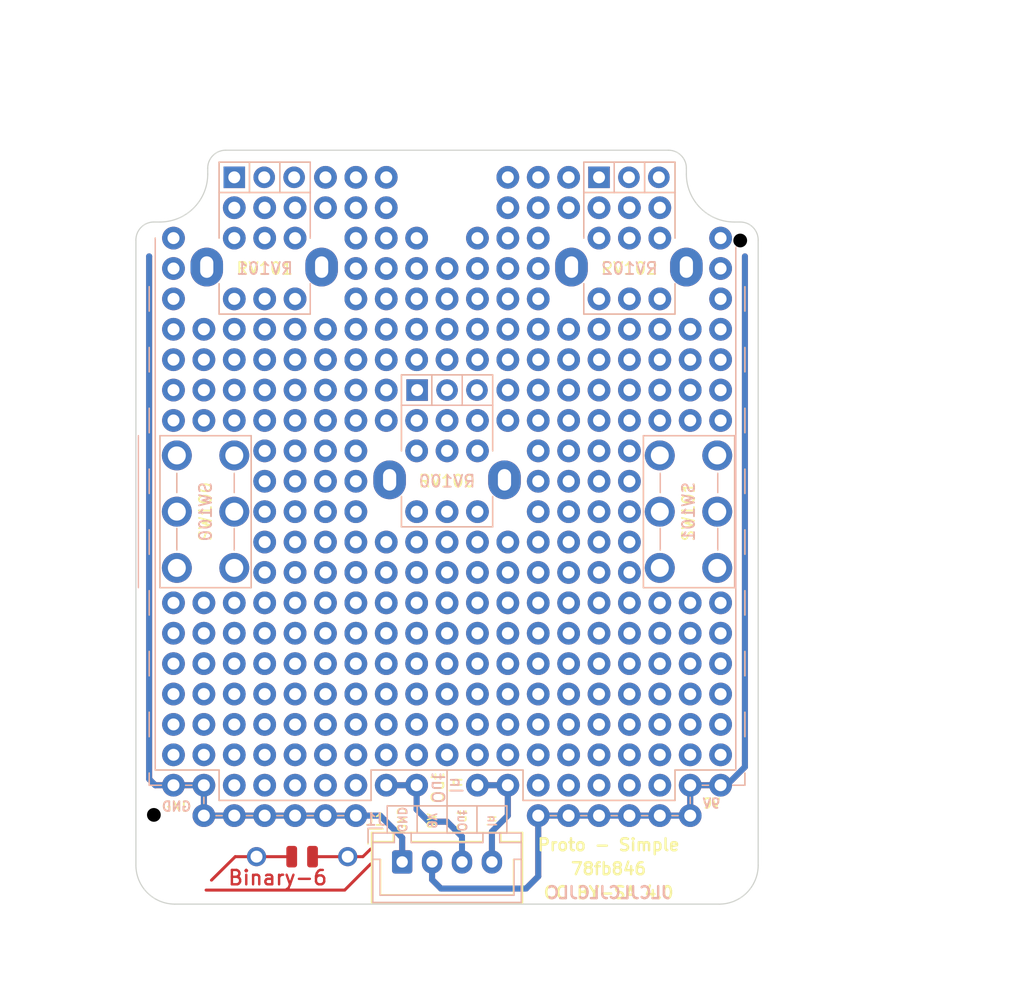
<source format=kicad_pcb>
(kicad_pcb (version 20211014) (generator pcbnew)
  (layers (0 "F.Cu" signal) (31 "B.Cu" signal) (34 "B.Paste" user) (35 "F.Paste" user) (36 "B.SilkS" user "B.Silkscreen") (37 "F.SilkS" user "F.Silkscreen") (38 "B.Mask" user) (39 "F.Mask" user) (44 "Edge.Cuts" user))
  (property "Commit" "78fb846")
  (property "Link" "gitlab.com/Chrismettal/pedaldev")
  (property "Name" "Proto - Simple")
  (net 0 "")
  (net 1 "+9V")
  (net 2 "GND")
  (net 3 "Upper_PCB_Input")
  (net 4 "Upper_PCB_Output")
  (footprint "MeineBib:Protopin" (layer "F.Cu") (at 162.2 118.025)
    (fp_text reference "REF**" hide)
    (fp_text value "Protopin" hide)
  )
  (footprint "MeineBib:Protopin" (layer "F.Cu") (at 139.34 102.785)
    (fp_text reference "REF**" hide)
    (fp_text value "Protopin" hide)
  )
  (footprint "MeineBib:Protopin" (layer "F.Cu") (at 144.42 110.405)
    (fp_text reference "REF**" hide)
    (fp_text value "Protopin" hide)
  )
  (footprint "MeineBib:Protopin" (layer "F.Cu") (at 164.74 97.705)
    (fp_text reference "REF**" hide)
    (fp_text value "Protopin" hide)
  )
  (footprint "MeineBib:Protopin" (layer "F.Cu") (at 134.26 97.705)
    (fp_text reference "REF**" hide)
    (fp_text value "Protopin" hide)
  )
  (footprint "MeineBib:Protopin" (layer "F.Cu") (at 139.34 87.545)
    (fp_text reference "REF**" hide)
    (fp_text value "Protopin" hide)
  )
  (footprint "MeineBib:Protopin" (layer "F.Cu") (at 162.2 110.405)
    (fp_text reference "REF**" hide)
    (fp_text value "Protopin" hide)
  )
  (footprint "MeineBib:Protopin" (layer "F.Cu") (at 157.12 82.465)
    (fp_text reference "REF**" hide)
    (fp_text value "Protopin" hide)
  )
  (footprint "MeineBib:Protopin" (layer "F.Cu") (at 154.58 90.085)
    (fp_text reference "REF**" hide)
    (fp_text value "Protopin" hide)
  )
  (footprint "MeineBib:Protopin" (layer "F.Cu") (at 139.34 123.105)
    (fp_text reference "J47" hide)
    (fp_text value "Conn_01x01" hide)
  )
  (footprint "MeineBib:Protopin" (layer "F.Cu") (at 149.5 82.465)
    (fp_text reference "REF**" hide)
    (fp_text value "Protopin" hide)
  )
  (footprint "MeineBib:Protopin" (layer "F.Cu") (at 149.5 102.785)
    (fp_text reference "REF**" hide)
    (fp_text value "Protopin" hide)
  )
  (footprint "MeineBib:Protopin" (layer "F.Cu") (at 134.26 100.245)
    (fp_text reference "REF**" hide)
    (fp_text value "Protopin" hide)
  )
  (footprint "MeineBib:Protopin" (layer "F.Cu") (at 164.74 90.085)
    (fp_text reference "REF**" hide)
    (fp_text value "Protopin" hide)
  )
  (footprint "MeineBib:Protopin" (layer "F.Cu") (at 129.18 107.865)
    (fp_text reference "REF**" hide)
    (fp_text value "Protopin" hide)
  )
  (footprint "MeineBib:Protopin" (layer "F.Cu") (at 162.2 100.245)
    (fp_text reference "REF**" hide)
    (fp_text value "Protopin" hide)
  )
  (footprint "MeineBib:Protopin" (layer "F.Cu") (at 162.2 74.845)
    (fp_text reference "REF**" hide)
    (fp_text value "Protopin" hide)
  )
  (footprint "MeineBib:Protopin" (layer "F.Cu") (at 154.58 69.765)
    (fp_text reference "REF**" hide)
    (fp_text value "Protopin" hide)
  )
  (footprint "MeineBib:Protopin" (layer "F.Cu") (at 157.12 79.925)
    (fp_text reference "REF**" hide)
    (fp_text value "Protopin" hide)
  )
  (footprint "MeineBib:Protopin" (layer "F.Cu") (at 154.58 74.845)
    (fp_text reference "REF**" hide)
    (fp_text value "Protopin" hide)
  )
  (footprint "MeineBib:Protopin" (layer "F.Cu") (at 146.96 120.565)
    (fp_text reference "J4" hide)
    (fp_text value "Conn_01x01" hide)
  )
  (footprint "MeineBib:Protopin" (layer "F.Cu") (at 152.04 110.405)
    (fp_text reference "REF**" hide)
    (fp_text value "Protopin" hide)
  )
  (footprint "MeineBib:Protopin" (layer "F.Cu") (at 126.64 74.845)
    (fp_text reference "REF**" hide)
    (fp_text value "Protopin" hide)
  )
  (footprint "MeineBib:Protopin" (layer "F.Cu") (at 154.58 110.405)
    (fp_text reference "REF**" hide)
    (fp_text value "Protopin" hide)
  )
  (footprint "MeineBib:Protopin" (layer "F.Cu") (at 159.66 102.785)
    (fp_text reference "REF**" hide)
    (fp_text value "Protopin" hide)
  )
  (footprint "MeineBib:Protopin" (layer "F.Cu") (at 141.88 72.305)
    (fp_text reference "REF**" hide)
    (fp_text value "Protopin" hide)
  )
  (footprint "MeineBib:Protopin" (layer "F.Cu") (at 149.5 90.085)
    (fp_text reference "REF**" hide)
    (fp_text value "Protopin" hide)
  )
  (footprint "MeineBib:Protopin" (layer "F.Cu") (at 152.04 107.865)
    (fp_text reference "REF**" hide)
    (fp_text value "Protopin" hide)
  )
  (footprint "MeineBib:Protopin" (layer "F.Cu") (at 159.66 90.085)
    (fp_text reference "REF**" hide)
    (fp_text value "Protopin" hide)
  )
  (footprint "MeineBib:Protopin" (layer "F.Cu") (at 172.36 79.925)
    (fp_text reference "REF**" hide)
    (fp_text value "Protopin" hide)
  )
  (footprint "MeineBib:Protopin" (layer "F.Cu") (at 144.42 82.465)
    (fp_text reference "REF**" hide)
    (fp_text value "Protopin" hide)
  )
  (footprint "MeineBib:Protopin" (layer "F.Cu") (at 136.8 87.545)
    (fp_text reference "REF**" hide)
    (fp_text value "Protopin" hide)
  )
  (footprint "MeineBib:Protopin" (layer "F.Cu") (at 131.72 110.405)
    (fp_text reference "REF**" hide)
    (fp_text value "Protopin" hide)
  )
  (footprint "MeineBib:Protopin" (layer "F.Cu") (at 136.8 102.785)
    (fp_text reference "REF**" hide)
    (fp_text value "Protopin" hide)
  )
  (footprint "MeineBib:Protopin" (layer "F.Cu") (at 136.8 79.925)
    (fp_text reference "REF**" hide)
    (fp_text value "Protopin" hide)
  )
  (footprint "MeineBib:Protopin" (layer "F.Cu") (at 129.18 118.025)
    (fp_text reference "REF**" hide)
    (fp_text value "Protopin" hide)
  )
  (footprint "MeineBib:Protopin" (layer "F.Cu") (at 157.12 72.305)
    (fp_text reference "REF**" hide)
    (fp_text value "Protopin" hide)
  )
  (footprint "MeineBib:Protopin" (layer "F.Cu") (at 167.28 74.845)
    (fp_text reference "REF**" hide)
    (fp_text value "Protopin" hide)
  )
  (footprint "MeineBib:Protopin" (layer "F.Cu") (at 136.8 92.625)
    (fp_text reference "REF**" hide)
    (fp_text value "Protopin" hide)
  )
  (footprint "MeineBib:Protopin" (layer "F.Cu") (at 157.12 112.945)
    (fp_text reference "REF**" hide)
    (fp_text value "Protopin" hide)
  )
  (footprint "MeineBib:Protopin" (layer "F.Cu") (at 159.66 107.865)
    (fp_text reference "REF**" hide)
    (fp_text value "Protopin" hide)
  )
  (footprint "MeineBib:Protopin" (layer "F.Cu") (at 134.26 92.625)
    (fp_text reference "REF**" hide)
    (fp_text value "Protopin" hide)
  )
  (footprint "MeineBib:Protopin" (layer "F.Cu") (at 129.18 85.005)
    (fp_text reference "REF**" hide)
    (fp_text value "Protopin" hide)
  )
  (footprint "MeineBib:Protopin" (layer "F.Cu") (at 159.66 97.705)
    (fp_text reference "REF**" hide)
    (fp_text value "Protopin" hide)
  )
  (footprint "MeineBib:Protopin" (layer "F.Cu") (at 159.66 112.945)
    (fp_text reference "REF**" hide)
    (fp_text value "Protopin" hide)
  )
  (footprint "MeineBib:Protopin" (layer "F.Cu") (at 159.66 72.305)
    (fp_text reference "REF**" hide)
    (fp_text value "Protopin" hide)
  )
  (footprint "MeineBib:Protopin" (layer "F.Cu") (at 139.34 112.945)
    (fp_text reference "REF**" hide)
    (fp_text value "Protopin" hide)
  )
  (footprint "MeineBib:Protopin" (layer "F.Cu") (at 149.5 107.865)
    (fp_text reference "REF**" hide)
    (fp_text value "Protopin" hide)
  )
  (footprint "MeineBib:Protopin" (layer "F.Cu") (at 141.88 95.165)
    (fp_text reference "REF**" hide)
    (fp_text value "Protopin" hide)
  )
  (footprint "MeineBib:Protopin" (layer "F.Cu") (at 152.04 115.485)
    (fp_text reference "REF**" hide)
    (fp_text value "Protopin" hide)
  )
  (footprint "MeineBib:Protopin" (layer "F.Cu") (at 146.96 85.005)
    (fp_text reference "REF**" hide)
    (fp_text value "Protopin" hide)
  )
  (footprint "MeineBib:Protopin" (layer "F.Cu") (at 136.8 123.105)
    (fp_text reference "J42" hide)
    (fp_text value "Conn_01x01" hide)
  )
  (footprint "MeineBib:Protopin" (layer "F.Cu") (at 162.2 97.705)
    (fp_text reference "REF**" hide)
    (fp_text value "Protopin" hide)
  )
  (footprint "MeineBib:Protopin" (layer "F.Cu") (at 164.74 72.305)
    (fp_text reference "REF**" hide)
    (fp_text value "Protopin" hide)
  )
  (footprint "MeineBib:Protopin" (layer "F.Cu") (at 144.42 107.865)
    (fp_text reference "REF**" hide)
    (fp_text value "Protopin" hide)
  )
  (footprint "MeineBib:Protopin" (layer "F.Cu") (at 154.58 102.785)
    (fp_text reference "REF**" hide)
    (fp_text value "Protopin" hide)
  )
  (footprint "MeineBib:Protopin" (layer "F.Cu") (at 126.64 79.925)
    (fp_text reference "REF**" hide)
    (fp_text value "Protopin" hide)
  )
  (footprint "MeineBib:Protopin" (layer "F.Cu") (at 157.12 69.765)
    (fp_text reference "REF**" hide)
    (fp_text value "Protopin" hide)
  )
  (footprint "MeineBib:Protopin" (layer "F.Cu") (at 164.74 82.465)
    (fp_text reference "REF**" hide)
    (fp_text value "Protopin" hide)
  )
  (footprint "MeineBib:Protopin" (layer "F.Cu") (at 149.5 118.025)
    (fp_text reference "REF**" hide)
    (fp_text value "Protopin" hide)
  )
  (footprint "MeineBib:Protopin" (layer "F.Cu") (at 139.34 110.405)
    (fp_text reference "REF**" hide)
    (fp_text value "Protopin" hide)
  )
  (footprint "MeineBib:Protopin" (layer "F.Cu") (at 162.2 105.325)
    (fp_text reference "REF**" hide)
    (fp_text value "Protopin" hide)
  )
  (footprint "MeineBib:Protopin" (layer "F.Cu") (at 131.72 112.945)
    (fp_text reference "REF**" hide)
    (fp_text value "Protopin" hide)
  )
  (footprint "MeineBib:Protopin" (layer "F.Cu") (at 169.82 105.325)
    (fp_text reference "REF**" hide)
    (fp_text value "Protopin" hide)
  )
  (footprint "MeineBib:Protopin" (layer "F.Cu") (at 152.04 74.845)
    (fp_text reference "REF**" hide)
    (fp_text value "Protopin" hide)
  )
  (footprint "MeineBib:Protopin" (layer "F.Cu") (at 167.28 90.085)
    (fp_text reference "REF**" hide)
    (fp_text value "Protopin" hide)
  )
  (footprint "MeineBib:Protopin" (layer "F.Cu") (at 159.66 110.405)
    (fp_text reference "REF**" hide)
    (fp_text value "Protopin" hide)
  )
  (footprint "MeineBib:Protopin" (layer "F.Cu") (at 152.04 105.325)
    (fp_text reference "REF**" hide)
    (fp_text value "Protopin" hide)
  )
  (footprint "MeineBib:Protopin" (layer "F.Cu") (at 172.36 107.865)
    (fp_text reference "REF**" hide)
    (fp_text value "Protopin" hide)
  )
  (footprint "MeineBib:Protopin" (layer "F.Cu") (at 131.72 115.485)
    (fp_text reference "REF**" hide)
    (fp_text value "Protopin" hide)
  )
  (footprint "MeineBib:Protopin" (layer "F.Cu") (at 169.82 110.405)
    (fp_text reference "REF**" hide)
    (fp_text value "Protopin" hide)
  )
  (footprint "MeineBib:Protopin" (layer "F.Cu") (at 164.74 110.405)
    (fp_text reference "REF**" hide)
    (fp_text value "Protopin" hide)
  )
  (footprint "MeineBib:Protopin" (layer "F.Cu") (at 167.28 110.405)
    (fp_text reference "REF**" hide)
    (fp_text value "Protopin" hide)
  )
  (footprint "MeineBib:Protopin" (layer "F.Cu") (at 172.36 112.945)
    (fp_text reference "REF**" hide)
    (fp_text value "Protopin" hide)
  )
  (footprint "MeineBib:Protopin" (layer "F.Cu") (at 134.26 105.325)
    (fp_text reference "REF**" hide)
    (fp_text value "Protopin" hide)
  )
  (footprint "MeineBib:Protopin" (layer "F.Cu") (at 157.12 97.705)
    (fp_text reference "REF**" hide)
    (fp_text value "Protopin" hide)
  )
  (footprint "MeineBib:Protopin" (layer "F.Cu") (at 172.36 115.485)
    (fp_text reference "REF**" hide)
    (fp_text value "Protopin" hide)
  )
  (footprint "MeineBib:Protopin" (layer "F.Cu") (at 144.42 79.925)
    (fp_text reference "REF**" hide)
    (fp_text value "Protopin" hide)
  )
  (footprint "MeineBib:Protopin" (layer "F.Cu") (at 157.12 85.005)
    (fp_text reference "REF**" hide)
    (fp_text value "Protopin" hide)
  )
  (footprint "MeineBib:Protopin" (layer "F.Cu") (at 154.58 77.385)
    (fp_text reference "REF**" hide)
    (fp_text value "Protopin" hide)
  )
  (footprint "MeineBib:Protopin" (layer "F.Cu") (at 134.26 72.305)
    (fp_text reference "REF**" hide)
    (fp_text value "Protopin" hide)
  )
  (footprint "MeineBib:Protopin" (layer "F.Cu") (at 154.58 105.325)
    (fp_text reference "REF**" hide)
    (fp_text value "Protopin" hide)
  )
  (footprint "MeineBib:Protopin" (layer "F.Cu") (at 162.2 92.625)
    (fp_text reference "REF**" hide)
    (fp_text value "Protopin" hide)
  )
  (footprint "MeineBib:EigenesMountingHole_3.2mm_M3_Small" (layer "F.Cu") (at 126.75 127.25)
    (fp_text reference "MK2" hide)
    (fp_text value "Mounting_Hole_M3")
  )
  (footprint "MeineBib:Protopin" (layer "F.Cu") (at 167.28 105.325)
    (fp_text reference "REF**" hide)
    (fp_text value "Protopin" hide)
  )
  (footprint "MeineBib:Protopin" (layer "F.Cu") (at 141.88 118.025)
    (fp_text reference "REF**" hide)
    (fp_text value "Protopin" hide)
  )
  (footprint "MeineBib:Protopin" (layer "F.Cu") (at 154.58 82.465)
    (fp_text reference "REF**" hide)
    (fp_text value "Protopin" hide)
  )
  (footprint "MeineBib:Protopin" (layer "F.Cu") (at 157.12 115.485)
    (fp_text reference "REF**" hide)
    (fp_text value "Protopin" hide)
  )
  (footprint "MeineBib:Protopin" (layer "F.Cu") (at 169.82 118.025)
    (fp_text reference "REF**" hide)
    (fp_text value "Protopin" hide)
  )
  (footprint "MeineBib:Protopin" (layer "F.Cu") (at 157.12 74.845)
    (fp_text reference "REF**" hide)
    (fp_text value "Protopin" hide)
  )
  (footprint "MeineBib:Protopin" (layer "F.Cu") (at 134.26 95.165)
    (fp_text reference "REF**" hide)
    (fp_text value "Protopin" hide)
  )
  (footprint "MeineBib:Protopin" (layer "F.Cu") (at 152.04 82.465)
    (fp_text reference "REF**" hide)
    (fp_text value "Protopin" hide)
  )
  (footprint "MeineBib:Protopin" (layer "F.Cu") (at 162.2 115.485)
    (fp_text reference "REF**" hide)
    (fp_text value "Protopin" hide)
  )
  (footprint "MeineBib:Protopin" (layer "F.Cu") (at 141.88 82.465)
    (fp_text reference "REF**" hide)
    (fp_text value "Protopin" hide)
  )
  (footprint "MeineBib:Protopin" (layer "F.Cu") (at 144.42 90.085)
    (fp_text reference "REF**" hide)
    (fp_text value "Protopin" hide)
  )
  (footprint "MeineBib:Protopin" (layer "F.Cu") (at 131.72 82.465)
    (fp_text reference "REF**" hide)
    (fp_text value "Protopin" hide)
  )
  (footprint "MeineBib:Protopin" (layer "F.Cu") (at 131.72 120.565)
    (fp_text reference "REF**" hide)
    (fp_text value "Protopin" hide)
  )
  (footprint "MeineBib:Protopin" (layer "F.Cu") (at 134.26 87.545)
    (fp_text reference "REF**" hide)
    (fp_text value "Protopin" hide)
  )
  (footprint "MeineBib:Protopin" (layer "F.Cu") (at 164.74 102.785)
    (fp_text reference "REF**" hide)
    (fp_text value "Protopin" hide)
  )
  (footprint "MeineBib:Protopin" (layer "F.Cu") (at 169.82 123.105)
    (fp_text reference "J9" hide)
    (fp_text value "Conn_01x01" hide)
  )
  (footprint "MeineBib:Protopin" (layer "F.Cu") (at 136.8 90.085)
    (fp_text reference "REF**" hide)
    (fp_text value "Protopin" hide)
  )
  (footprint "MeineBib:Protopin" (layer "F.Cu") (at 167.28 115.485)
    (fp_text reference "REF**" hide)
    (fp_text value "Protopin" hide)
  )
  (footprint "MeineBib:Protopin" (layer "F.Cu") (at 131.72 85.005)
    (fp_text reference "REF**" hide)
    (fp_text value "Protopin" hide)
  )
  (footprint "MeineBib:Protopin" (layer "F.Cu") (at 159.66 95.165)
    (fp_text reference "REF**" hide)
    (fp_text value "Protopin" hide)
  )
  (footprint "MeineBib:Protopin" (layer "F.Cu") (at 146.96 77.385)
    (fp_text reference "REF**" hide)
    (fp_text value "Protopin" hide)
  )
  (footprint "MeineBib:Protopin" (layer "F.Cu") (at 126.64 87.545)
    (fp_text reference "REF**" hide)
    (fp_text value "Protopin" hide)
  )
  (footprint "MeineBib:Protopin" (layer "F.Cu") (at 169.82 87.545)
    (fp_text reference "REF**" hide)
    (fp_text value "Protopin" hide)
  )
  (footprint "MeineBib:Protopin" (layer "F.Cu") (at 157.12 95.165)
    (fp_text reference "REF**" hide)
    (fp_text value "Protopin" hide)
  )
  (footprint "MeineBib:Protopin" (layer "F.Cu") (at 134.26 112.945)
    (fp_text reference "REF**" hide)
    (fp_text value "Protopin" hide)
  )
  (footprint "MeineBib:Protopin" (layer "F.Cu") (at 167.28 120.565)
    (fp_text reference "REF**" hide)
    (fp_text value "Protopin" hide)
  )
  (footprint "MeineBib:Protopin" (layer "F.Cu") (at 126.64 118.025)
    (fp_text reference "REF**" hide)
    (fp_text value "Protopin" hide)
  )
  (footprint "MeineBib:Protopin" (layer "F.Cu") (at 134.26 120.565)
    (fp_text reference "REF**" hide)
    (fp_text value "Protopin" hide)
  )
  (footprint "MeineBib:Protopin" (layer "F.Cu") (at 129.18 105.325)
    (fp_text reference "REF**" hide)
    (fp_text value "Protopin" hide)
  )
  (footprint "MeineBib:Protopin" (layer "F.Cu") (at 146.96 92.625)
    (fp_text reference "REF**" hide)
    (fp_text value "Protopin" hide)
  )
  (footprint "MeineBib:Protopin" (layer "F.Cu") (at 134.26 102.785)
    (fp_text reference "REF**" hide)
    (fp_text value "Protopin" hide)
  )
  (footprint "MeineBib:Protopin" (layer "F.Cu") (at 159.66 120.565)
    (fp_text reference "REF**" hide)
    (fp_text value "Protopin" hide)
  )
  (footprint "MeineBib:Protopin" (layer "F.Cu") (at 139.34 118.025)
    (fp_text reference "REF**" hide)
    (fp_text value "Protopin" hide)
  )
  (footprint "MeineBib:Protopin" (layer "F.Cu") (at 146.96 105.325)
    (fp_text reference "REF**" hide)
    (fp_text value "Protopin" hide)
  )
  (footprint "MeineBib:Protopin" (layer "F.Cu") (at 126.64 90.085)
    (fp_text reference "REF**" hide)
    (fp_text value "Protopin" hide)
  )
  (footprint "MeineBib:JLC_Toolinghole" (layer "F.Cu") (at 125 123.045)
    (fp_text reference "REF**" hide)
    (fp_text value "JLC_Toolinghole")
  )
  (footprint "MeineBib:Protopin" (layer "F.Cu") (at 157.12 118.025)
    (fp_text reference "REF**" hide)
    (fp_text value "Protopin" hide)
  )
  (footprint "MeineBib:Protopin" (layer "F.Cu") (at 167.28 79.925)
    (fp_text reference "REF**" hide)
    (fp_text value "Protopin" hide)
  )
  (footprint "MeineBib:Protopin" (layer "F.Cu") (at 129.18 112.945)
    (fp_text reference "REF**" hide)
    (fp_text value "Protopin" hide)
  )
  (footprint "MeineBib:Protopin" (layer "F.Cu") (at 157.12 90.085)
    (fp_text reference "REF**" hide)
    (fp_text value "Protopin" hide)
  )
  (footprint "MeineBib:Protopin" (layer "F.Cu") (at 141.88 102.785)
    (fp_text reference "REF**" hide)
    (fp_text value "Protopin" hide)
  )
  (footprint "MeineBib:Protopin" (layer "F.Cu") (at 136.8 72.305)
    (fp_text reference "REF**" hide)
    (fp_text value "Protopin" hide)
  )
  (footprint "MeineBib:Protopin" (layer "F.Cu") (at 141.88 115.485)
    (fp_text reference "REF**" hide)
    (fp_text value "Protopin" hide)
  )
  (footprint "MeineBib:Protopin" (layer "F.Cu") (at 131.72 90.085)
    (fp_text reference "REF**" hide)
    (fp_text value "Protopin" hide)
  )
  (footprint "MeineBib:Protopin" (layer "F.Cu") (at 162.2 107.865)
    (fp_text reference "REF**" hide)
    (fp_text value "Protopin" hide)
  )
  (footprint "MeineBib:Protopin" (layer "F.Cu") (at 131.72 107.865)
    (fp_text reference "REF**" hide)
    (fp_text value "Protopin" hide)
  )
  (footprint "MeineBib:Protopin" (layer "F.Cu") (at 164.74 92.625)
    (fp_text reference "REF**" hide)
    (fp_text value "Protopin" hide)
  )
  (footprint "MeineBib:Protopin" (layer "F.Cu") (at 146.96 97.705)
    (fp_text reference "REF**" hide)
    (fp_text value "Protopin" hide)
  )
  (footprint "MeineBib:Protopin" (layer "F.Cu") (at 164.74 100.245)
    (fp_text reference "REF**" hide)
    (fp_text value "Protopin" hide)
  )
  (footprint "MeineBib:JLC_Toolinghole" (layer "F.Cu") (at 174 75.045)
    (fp_text reference "REF**" hide)
    (fp_text value "JLC_Toolinghole")
  )
  (footprint "MeineBib:Protopin" (layer "F.Cu") (at 139.34 92.625)
    (fp_text reference "REF**" hide)
    (fp_text value "Protopin" hide)
  )
  (footprint "MeineBib:Protopin" (layer "F.Cu") (at 131.72 74.845)
    (fp_text reference "REF**" hide)
    (fp_text value "Protopin" hide)
  )
  (footprint "MeineBib:Protopin" (layer "F.Cu") (at 167.28 112.945)
    (fp_text reference "REF**" hide)
    (fp_text value "Protopin" hide)
  )
  (footprint "MeineBib:Protopin" (layer "F.Cu") (at 162.2 87.545)
    (fp_text reference "REF**" hide)
    (fp_text value "Protopin" hide)
  )
  (footprint "MeineBib:Protopin" (layer "F.Cu") (at 126.64 107.865)
    (fp_text reference "REF**" hide)
    (fp_text value "Protopin" hide)
  )
  (footprint "MeineBib:Protopin" (layer "F.Cu") (at 134.26 118.025)
    (fp_text reference "REF**" hide)
    (fp_text value "Protopin" hide)
  )
  (footprint "MeineBib:Protopin" (layer "F.Cu") (at 131.72 118.025)
    (fp_text reference "REF**" hide)
    (fp_text value "Protopin" hide)
  )
  (footprint "MeineBib:Protopin" (layer "F.Cu") (at 152.04 92.625)
    (fp_text reference "REF**" hide)
    (fp_text value "Protopin" hide)
  )
  (footprint "MeineBib:Protopin" (layer "F.Cu") (at 126.64 82.465)
    (fp_text reference "REF**" hide)
    (fp_text value "Protopin" hide)
  )
  (footprint "MeineBib:Protopin" (layer "F.Cu") (at 172.36 118.025)
    (fp_text reference "REF**" hide)
    (fp_text value "Protopin" hide)
  )
  (footprint "MeineBib:Protopin" (layer "F.Cu") (at 139.34 85.005)
    (fp_text reference "REF**" hide)
    (fp_text value "Protopin" hide)
  )
  (footprint "MeineBib:Protopin" (layer "F.Cu") (at 159.66 115.485)
    (fp_text reference "REF**" hide)
    (fp_text value "Protopin" hide)
  )
  (footprint "MeineBib:Protopin" (layer "F.Cu") (at 129.18 90.085)
    (fp_text reference "REF**" hide)
    (fp_text value "Protopin" hide)
  )
  (footprint "MeineBib:Protopin" (layer "F.Cu") (at 154.58 79.925)
    (fp_text reference "REF**" hide)
    (fp_text value "Protopin" hide)
  )
  (footprint "MeineBib:Protopin" (layer "F.Cu") (at 144.42 85.005)
    (fp_text reference "REF**" hide)
    (fp_text value "Protopin" hide)
  )
  (footprint "MeineBib:Protopin" (layer "F.Cu") (at 136.8 110.405)
    (fp_text reference "REF**" hide)
    (fp_text value "Protopin" hide)
  )
  (footprint "MeineBib:Protopin" (layer "F.Cu") (at 157.12 92.625)
    (fp_text reference "REF**" hide)
    (fp_text value "Protopin" hide)
  )
  (footprint "MeineBib:Protopin" (layer "F.Cu") (at 167.28 118.025)
    (fp_text reference "REF**" hide)
    (fp_text value "Protopin" hide)
  )
  (footprint "MeineBib:Protopin" (layer "F.Cu") (at 164.74 112.945)
    (fp_text reference "REF**" hide)
    (fp_text value "Protopin" hide)
  )
  (footprint "MeineBib:Protopin" (layer "F.Cu") (at 141.88 105.325)
    (fp_text reference "REF**" hide)
    (fp_text value "Protopin" hide)
  )
  (footprint "MeineBib:Protopin" (layer "F.Cu") (at 146.96 82.465)
    (fp_text reference "REF**" hide)
    (fp_text value "Protopin" hide)
  )
  (footprint "MeineBib:Protopin" (layer "F.Cu") (at 139.34 72.305)
    (fp_text reference "REF**" hide)
    (fp_text value "Protopin" hide)
  )
  (footprint "MeineBib:Protopin" (layer "F.Cu") (at 157.12 120.565)
    (fp_text reference "REF**" hide)
    (fp_text value "Protopin" hide)
  )
  (footprint "MeineBib:Protopin" (layer "F.Cu") (at 144.42 102.785)
    (fp_text reference "REF**" hide)
    (fp_text value "Protopin" hide)
  )
  (footprint "MeineBib:Protopin" (layer "F.Cu") (at 141.88 97.705)
    (fp_text reference "REF**" hide)
    (fp_text value "Protopin" hide)
  )
  (footprint "MeineBib:Protopin" (layer "F.Cu") (at 146.96 118.025)
    (fp_text reference "REF**" hide)
    (fp_text value "Protopin" hide)
  )
  (footprint "MeineBib:Protopin" (layer "F.Cu") (at 139.34 107.865)
    (fp_text reference "REF**" hide)
    (fp_text value "Protopin" hide)
  )
  (footprint "MeineBib:Protopin" (layer "F.Cu") (at 164.74 87.545)
    (fp_text reference "REF**" hide)
    (fp_text value "Protopin" hide)
  )
  (footprint "MeineBib:Protopin" (layer "F.Cu") (at 159.66 69.765)
    (fp_text reference "REF**" hide)
    (fp_text value "Protopin" hide)
  )
  (footprint "MeineBib:Protopin" (layer "F.Cu") (at 141.88 120.565)
    (fp_text reference "REF**" hide)
    (fp_text value "Protopin" hide)
  )
  (footprint "MeineBib:Protopin" (layer "F.Cu") (at 139.34 82.465)
    (fp_text reference "REF**" hide)
    (fp_text value "Protopin" hide)
  )
  (footprint "MeineBib:Protopin" (layer "F.Cu") (at 152.04 85.005)
    (fp_text reference "REF**" hide)
    (fp_text value "Protopin" hide)
  )
  (footprint "MeineBib:Protopin" (layer "F.Cu") (at 134.26 90.085)
    (fp_text reference "REF**" hide)
    (fp_text value "Protopin" hide)
  )
  (footprint "MeineBib:Protopin" (layer "F.Cu") (at 136.8 107.865)
    (fp_text reference "REF**" hide)
    (fp_text value "Protopin" hide)
  )
  (footprint "MeineBib:Protopin" (layer "F.Cu") (at 144.42 105.325)
    (fp_text reference "REF**" hide)
    (fp_text value "Protopin" hide)
  )
  (footprint "MeineBib:Protopin" (layer "F.Cu") (at 126.64 112.945)
    (fp_text reference "REF**" hide)
    (fp_text value "Protopin" hide)
  )
  (footprint "MeineBib:Protopin" (layer "F.Cu") (at 162.2 90.085)
    (fp_text reference "REF**" hide)
    (fp_text value "Protopin" hide)
  )
  (footprint "MeineBib:Protopin" (layer "F.Cu") (at 162.2 112.945)
    (fp_text reference "REF**" hide)
    (fp_text value "Protopin" hide)
  )
  (footprint "MeineBib:Protopin" (layer "F.Cu") (at 141.88 112.945)
    (fp_text reference "REF**" hide)
    (fp_text value "Protopin" hide)
  )
  (footprint "Connector_JST:JST_XH_B4B-XH-A_1x04_P2.50mm_Vertical" (layer "F.Cu") (at 145.75 126.975)
    (fp_text reference "J1")
    (fp_text value "Conn_01x04")
  )
  (footprint "MeineBib:Protopin" (layer "F.Cu") (at 162.2 72.305)
    (fp_text reference "REF**" hide)
    (fp_text value "Protopin" hide)
  )
  (footprint "MeineBib:Protopin" (layer "F.Cu") (at 126.64 110.405)
    (fp_text reference "REF**" hide)
    (fp_text value "Protopin" hide)
  )
  (footprint "MeineBib:Protopin" (layer "F.Cu") (at 157.12 123.105)
    (fp_text reference "J12" hide)
    (fp_text value "Conn_01x01" hide)
  )
  (footprint "MeineBib:Protopin" (layer "F.Cu") (at 164.74 123.105)
    (fp_text reference "J11" hide)
    (fp_text value "Conn_01x01" hide)
  )
  (footprint "MeineBib:Protopin" (layer "F.Cu") (at 136.8 74.845)
    (fp_text reference "REF**" hide)
    (fp_text value "Protopin" hide)
  )
  (footprint "MeineBib:Protopin" (layer "F.Cu") (at 159.66 85.005)
    (fp_text reference "REF**" hide)
    (fp_text value "Protopin" hide)
  )
  (footprint "MeineBib:Protopin" (layer "F.Cu") (at 144.42 74.845)
    (fp_text reference "REF**" hide)
    (fp_text value "Protopin" hide)
  )
  (footprint "MeineBib:Protopin" (layer "F.Cu") (at 164.74 95.165)
    (fp_text reference "REF**" hide)
    (fp_text value "Protopin" hide)
  )
  (footprint "MeineBib:Protopin" (layer "F.Cu") (at 152.04 120.565)
    (fp_text reference "J3" hide)
    (fp_text value "Conn_01x01" hide)
  )
  (footprint "MeineBib:Protopin" (layer "F.Cu") (at 134.26 74.845)
    (fp_text reference "REF**" hide)
    (fp_text value "Protopin" hide)
  )
  (footprint "MeineBib:Protopin" (layer "F.Cu") (at 146.96 79.925)
    (fp_text reference "REF**" hide)
    (fp_text value "Protopin" hide)
  )
  (footprint "MeineBib:Protopin" (layer "F.Cu") (at 126.64 115.485)
    (fp_text reference "REF**" hide)
    (fp_text value "Protopin" hide)
  )
  (footprint "MeineBib:Protopin" (layer "F.Cu") (at 167.28 82.465)
    (fp_text reference "REF**" hide)
    (fp_text value "Protopin" hide)
  )
  (footprint "MeineBib:Protopin" (layer "F.Cu") (at 139.34 95.165)
    (fp_text reference "REF**" hide)
    (fp_text value "Protopin" hide)
  )
  (footprint "MeineBib:Protopin" (layer "F.Cu") (at 162.2 120.565)
    (fp_text reference "REF**" hide)
    (fp_text value "Protopin" hide)
  )
  (footprint "MeineBib:Protopin" (layer "F.Cu") (at 172.36 105.325)
    (fp_text reference "REF**" hide)
    (fp_text value "Protopin" hide)
  )
  (footprint "MeineBib:Protopin" (layer "F.Cu") (at 172.36 85.005)
    (fp_text reference "REF**" hide)
    (fp_text value "Protopin" hide)
  )
  (footprint "MeineBib:Protopin" (layer "F.Cu") (at 146.96 102.785)
    (fp_text reference "REF**" hide)
    (fp_text value "Protopin" hide)
  )
  (footprint "MeineBib:Protopin" (layer "F.Cu") (at 144.42 87.545)
    (fp_text reference "REF**" hide)
    (fp_text value "Protopin" hide)
  )
  (footprint "MeineBib:Protopin" (layer "F.Cu") (at 136.8 85.005)
    (fp_text reference "REF**" hide)
    (fp_text value "Protopin" hide)
  )
  (footprint "MeineBib:Protopin" (layer "F.Cu") (at 159.66 100.245)
    (fp_text reference "REF**" hide)
    (fp_text value "Protopin" hide)
  )
  (footprint "MeineBib:Protopin" (layer "F.Cu") (at 129.18 120.565)
    (fp_text reference "J44" hide)
    (fp_text value "Conn_01x01" hide)
  )
  (footprint "MeineBib:Protopin" (layer "F.Cu") (at 129.18 87.545)
    (fp_text reference "REF**" hide)
    (fp_text value "Protopin" hide)
  )
  (footprint "MeineBib:Protopin" (layer "F.Cu") (at 159.66 123.105)
    (fp_text reference "J8" hide)
    (fp_text value "Conn_01x01" hide)
  )
  (footprint "MeineBib:Protopin" (layer "F.Cu") (at 146.96 74.845)
    (fp_text reference "REF**" hide)
    (fp_text value "Protopin" hide)
  )
  (footprint "MeineBib:Protopin" (layer "F.Cu") (at 129.18 110.405)
    (fp_text reference "REF**" hide)
    (fp_text value "Protopin" hide)
  )
  (footprint "MeineBib:Protopin" (layer "F.Cu") (at 164.74 107.865)
    (fp_text reference "REF**" hide)
    (fp_text value "Protopin" hide)
  )
  (footprint "MeineBib:Protopin" (layer "F.Cu") (at 169.82 107.865)
    (fp_text reference "REF**" hide)
    (fp_text value "Protopin" hide)
  )
  (footprint "MeineBib:Protopin" (layer "F.Cu") (at 136.8 105.325)
    (fp_text reference "REF**" hide)
    (fp_text value "Protopin" hide)
  )
  (footprint "MeineBib:Protopin" (layer "F.Cu") (at 134.26 79.925)
    (fp_text reference "REF**" hide)
    (fp_text value "Protopin" hide)
  )
  (footprint "MeineBib:Protopin" (layer "F.Cu") (at 149.5 100.245)
    (fp_text reference "REF**" hide)
    (fp_text value "Protopin" hide)
  )
  (footprint "MeineBib:Protopin" (layer "F.Cu") (at 149.5 85.005)
    (fp_text reference "REF**" hide)
    (fp_text value "Protopin" hide)
  )
  (footprint "MeineBib:Protopin" (layer "F.Cu") (at 164.74 74.845)
    (fp_text reference "REF**" hide)
    (fp_text value "Protopin" hide)
  )
  (footprint "MeineBib:Protopin" (layer "F.Cu") (at 152.04 90.085)
    (fp_text reference "REF**" hide)
    (fp_text value "Protopin" hide)
  )
  (footprint "MeineBib:Protopin" (layer "F.Cu") (at 134.26 123.105)
    (fp_text reference "J46" hide)
    (fp_text value "Conn_01x01" hide)
  )
  (footprint "MeineBib:Protopin" (layer "F.Cu") (at 136.8 120.565)
    (fp_text reference "REF**" hide)
    (fp_text value "Protopin" hide)
  )
  (footprint "MeineBib:Protopin" (layer "F.Cu") (at 172.36 120.565)
    (fp_text reference "J10" hide)
    (fp_text value "Conn_01x01" hide)
  )
  (footprint "MeineBib:Protopin" (layer "F.Cu") (at 146.96 90.085)
    (fp_text reference "REF**" hide)
    (fp_text value "Protopin" hide)
  )
  (footprint "MeineBib:Protopin" (layer "F.Cu") (at 157.12 110.405)
    (fp_text reference "REF**" hide)
    (fp_text value "Protopin" hide)
  )
  (footprint "MeineBib:Protopin" (layer "F.Cu") (at 164.74 79.925)
    (fp_text reference "REF**" hide)
    (fp_text value "Protopin" hide)
  )
  (footprint "MeineBib:Protopin" (layer "F.Cu") (at 141.88 77.385)
    (fp_text reference "REF**" hide)
    (fp_text value "Protopin" hide)
  )
  (footprint "MeineBib:Protopin" (layer "F.Cu") (at 134.26 107.865)
    (fp_text reference "REF**" hide)
    (fp_text value "Protopin" hide)
  )
  (footprint "MeineBib:Protopin" (layer "F.Cu") (at 146.96 100.245)
    (fp_text reference "REF**" hide)
    (fp_text value "Protopin" hide)
  )
  (footprint "MeineBib:Protopin" (layer "F.Cu") (at 167.28 72.305)
    (fp_text reference "REF**" hide)
    (fp_text value "Protopin" hide)
  )
  (footprint "MeineBib:Protopin" (layer "F.Cu") (at 159.66 92.625)
    (fp_text reference "REF**" hide)
    (fp_text value "Protopin" hide)
  )
  (footprint "MeineBib:Protopin" (layer "F.Cu") (at 129.18 115.485)
    (fp_text reference "REF**" hide)
    (fp_text value "Protopin" hide)
  )
  (footprint "MeineBib:Protopin" (layer "F.Cu") (at 139.34 100.245)
    (fp_text reference "REF**" hide)
    (fp_text value "Protopin" hide)
  )
  (footprint "MeineBib:Protopin" (layer "F.Cu") (at 131.72 87.545)
    (fp_text reference "REF**" hide)
    (fp_text value "Protopin" hide)
  )
  (footprint "MeineBib:Protopin" (layer "F.Cu") (at 154.58 112.945)
    (fp_text reference "REF**" hide)
    (fp_text value "Protopin" hide)
  )
  (footprint "MeineBib:Protopin" (layer "F.Cu") (at 139.34 115.485)
    (fp_text reference "REF**" hide)
    (fp_text value "Protopin" hide)
  )
  (footprint "MeineBib:Protopin" (layer "F.Cu") (at 134.26 110.405)
    (fp_text reference "REF**" hide)
    (fp_text value "Protopin" hide)
  )
  (footprint "MeineBib:Protopin" (layer "F.Cu") (at 152.04 112.945)
    (fp_text reference "REF**" hide)
    (fp_text value "Protopin" hide)
  )
  (footprint "MeineBib:Protopin" (layer "F.Cu") (at 154.58 85.005)
    (fp_text reference "REF**" hide)
    (fp_text value "Protopin" hide)
  )
  (footprint "MeineBib:Protopin" (layer "F.Cu") (at 139.34 90.085)
    (fp_text reference "REF**" hide)
    (fp_text value "Protopin" hide)
  )
  (footprint "MeineBib:Protopin" (layer "F.Cu") (at 144.42 115.485)
    (fp_text reference "REF**" hide)
    (fp_text value "Protopin" hide)
  )
  (footprint "MeineBib:Protopin" (layer "F.Cu") (at 164.74 105.325)
    (fp_text reference "REF**" hide)
    (fp_text value "Protopin" hide)
  )
  (footprint "MeineBib:Protopin" (layer "F.Cu") (at 149.5 110.405)
    (fp_text reference "REF**" hide)
    (fp_text value "Protopin" hide)
  )
  (footprint "MeineBib:Protopin" (layer "F.Cu") (at 131.72 79.925)
    (fp_text reference "REF**" hide)
    (fp_text value "Protopin" hide)
  )
  (footprint "MeineBib:Protopin" (layer "F.Cu") (at 149.5 79.925)
    (fp_text reference "REF**" hide)
    (fp_text value "Protopin" hide)
  )
  (footprint "MeineBib:Protopin" (layer "F.Cu") (at 152.04 79.925)
    (fp_text reference "REF**" hide)
    (fp_text value "Protopin" hide)
  )
  (footprint "MeineBib:Protopin" (layer "F.Cu") (at 136.8 97.705)
    (fp_text reference "REF**" hide)
    (fp_text value "Protopin" hide)
  )
  (footprint "MeineBib:Protopin" (layer "F.Cu") (at 126.64 85.005)
    (fp_text reference "REF**" hide)
    (fp_text value "Protopin" hide)
  )
  (footprint "MeineBib:Protopin" (layer "F.Cu") (at 169.82 112.945)
    (fp_text reference "REF**" hide)
    (fp_text value "Protopin" hide)
  )
  (footprint "MeineBib:EigenesMountingHole_3.2mm_M3_Small" (layer "F.Cu") (at 172.25 127.25)
    (fp_text reference "MK2" hide)
    (fp_text value "Mounting_Hole_M3")
  )
  (footprint "MeineBib:Protopin" (layer "F.Cu") (at 144.42 118.025)
    (fp_text reference "REF**" hide)
    (fp_text value "Protopin" hide)
  )
  (footprint "MeineBib:Protopin" (layer "F.Cu") (at 162.2 102.785)
    (fp_text reference "REF**" hide)
    (fp_text value "Protopin" hide)
  )
  (footprint "MeineBib:Protopin" (layer "F.Cu") (at 146.96 110.405)
    (fp_text reference "REF**" hide)
    (fp_text value "Protopin" hide)
  )
  (footprint "MeineBib:Protopin" (layer "F.Cu") (at 126.64 77.385)
    (fp_text reference "REF**" hide)
    (fp_text value "Protopin" hide)
  )
  (footprint "MeineBib:Protopin" (layer "F.Cu") (at 159.66 87.545)
    (fp_text reference "REF**" hide)
    (fp_text value "Protopin" hide)
  )
  (footprint "MeineBib:Protopin" (layer "F.Cu") (at 164.74 118.025)
    (fp_text reference "REF**" hide)
    (fp_text value "Protopin" hide)
  )
  (footprint "MeineBib:Protopin" (layer "F.Cu") (at 152.04 97.705)
    (fp_text reference "REF**" hide)
    (fp_text value "Protopin" hide)
  )
  (footprint "MeineBib:Protopin" (layer "F.Cu") (at 146.96 107.865)
    (fp_text reference "REF**" hide)
    (fp_text value "Protopin" hide)
  )
  (footprint "MeineBib:Protopin" (layer "F.Cu") (at 157.12 100.245)
    (fp_text reference "REF**" hide)
    (fp_text value "Protopin" hide)
  )
  (footprint "MeineBib:Protopin" (layer "F.Cu") (at 149.5 112.945)
    (fp_text reference "REF**" hide)
    (fp_text value "Protopin" hide)
  )
  (footprint "MeineBib:Protopin" (layer "F.Cu") (at 131.72 123.105)
    (fp_text reference "J43" hide)
    (fp_text value "Conn_01x01" hide)
  )
  (footprint "MeineBib:Protopin" (layer "F.Cu") (at 144.42 69.765)
    (fp_text reference "REF**" hide)
    (fp_text value "Protopin" hide)
  )
  (footprint "MeineBib:Protopin" (layer "F.Cu") (at 164.74 115.485)
    (fp_text reference "REF**" hide)
    (fp_text value "Protopin" hide)
  )
  (footprint "MeineBib:Protopin" (layer "F.Cu") (at 139.34 69.765)
    (fp_text reference "REF**" hide)
    (fp_text value "Protopin" hide)
  )
  (footprint "MeineBib:Protopin" (layer "F.Cu") (at 136.8 100.245)
    (fp_text reference "REF**" hide)
    (fp_text value "Protopin" hide)
  )
  (footprint "MeineBib:Protopin" (layer "F.Cu") (at 162.2 79.925)
    (fp_text reference "REF**" hide)
    (fp_text value "Protopin" hide)
  )
  (footprint "MeineBib:Protopin" (layer "F.Cu") (at 144.42 77.385)
    (fp_text reference "REF**" hide)
    (fp_text value "Protopin" hide)
  )
  (footprint "MeineBib:Protopin" (layer "F.Cu") (at 141.88 110.405)
    (fp_text reference "REF**" hide)
    (fp_text value "Protopin" hide)
  )
  (footprint "MeineBib:Binary_6_v0.1_tiny_silk" (layer "F.Cu") (at 137.4144 127.5007)
    (fp_text reference "H7" hide)
    (fp_text value "Symbol_Binary6" hide)
  )
  (footprint "MeineBib:Protopin" (layer "F.Cu") (at 144.42 72.305)
    (fp_text reference "REF**" hide)
    (fp_text value "Protopin" hide)
  )
  (footprint "MeineBib:Protopin" (layer "F.Cu") (at 146.96 115.485)
    (fp_text reference "REF**" hide)
    (fp_text value "Protopin" hide)
  )
  (footprint "MeineBib:Protopin" (layer "F.Cu") (at 149.5 115.485)
    (fp_text reference "REF**" hide)
    (fp_text value "Protopin" hide)
  )
  (footprint "MeineBib:Protopin" (layer "F.Cu") (at 169.82 82.465)
    (fp_text reference "REF**" hide)
    (fp_text value "Protopin" hide)
  )
  (footprint "MeineBib:Protopin" (layer "F.Cu") (at 162.2 123.105)
    (fp_text reference "J7" hide)
    (fp_text value "Conn_01x01" hide)
  )
  (footprint "MeineBib:Protopin" (layer "F.Cu") (at 141.88 87.545)
    (fp_text reference "REF**" hide)
    (fp_text value "Protopin" hide)
  )
  (footprint "MeineBib:Protopin" (layer "F.Cu") (at 172.36 110.405)
    (fp_text reference "REF**" hide)
    (fp_text value "Protopin" hide)
  )
  (footprint "MeineBib:Protopin" (layer "F.Cu") (at 141.88 123.105)
    (fp_text reference "J41" hide)
    (fp_text value "Conn_01x01" hide)
  )
  (footprint "MeineBib:Protopin" (layer "F.Cu") (at 134.26 82.465)
    (fp_text reference "REF**" hide)
    (fp_text value "Protopin" hide)
  )
  (footprint "MeineBib:Protopin" (layer "F.Cu") (at 144.42 112.945)
    (fp_text reference "REF**" hide)
    (fp_text value "Protopin" hide)
  )
  (footprint "MeineBib:Protopin" (layer "F.Cu") (at 154.58 107.865)
    (fp_text reference "REF**" hide)
    (fp_text value "Protopin" hide)
  )
  (footprint "MeineBib:Protopin" (layer "F.Cu") (at 159.66 105.325)
    (fp_text reference "REF**" hide)
    (fp_text value "Protopin" hide)
  )
  (footprint "MeineBib:Protopin" (layer "F.Cu") (at 134.26 115.485)
    (fp_text reference "REF**" hide)
    (fp_text value "Protopin" hide)
  )
  (footprint "MeineBib:Protopin" (layer "F.Cu") (at 139.34 97.705)
    (fp_text reference "REF**" hide)
    (fp_text value "Protopin" hide)
  )
  (footprint "MeineBib:Protopin" (layer "F.Cu") (at 136.8 95.165)
    (fp_text reference "REF**" hide)
    (fp_text value "Protopin" hide)
  )
  (footprint "MeineBib:Protopin" (layer "F.Cu") (at 157.12 102.785)
    (fp_text reference "REF**" hide)
    (fp_text value "Protopin" hide)
  )
  (footprint "MeineBib:Protopin" (layer "F.Cu") (at 126.64 120.565)
    (fp_text reference "J14" hide)
    (fp_text value "Conn_01x01" hide)
  )
  (footprint "MeineBib:Protopin" (layer "F.Cu") (at 172.36 90.085)
    (fp_text reference "REF**" hide)
    (fp_text value "Protopin" hide)
  )
  (footprint "MeineBib:Protopin" (layer "F.Cu") (at 169.82 85.005)
    (fp_text reference "REF**" hide)
    (fp_text value "Protopin" hide)
  )
  (footprint "MeineBib:Protopin" (layer "F.Cu") (at 149.5 77.385)
    (fp_text reference "REF**" hide)
    (fp_text value "Protopin" hide)
  )
  (footprint "MeineBib:Protopin" (layer "F.Cu") (at 141.88 69.765)
    (fp_text reference "REF**" hide)
    (fp_text value "Protopin" hide)
  )
  (footprint "MeineBib:Protopin" (layer "F.Cu") (at 152.04 100.245)
    (fp_text reference "REF**" hide)
    (fp_text value "Protopin" hide)
  )
  (footprint "MeineBib:Protopin" (layer "F.Cu") (at 169.82 115.485)
    (fp_text reference "REF**" hide)
    (fp_text value "Protopin" hide)
  )
  (footprint "MeineBib:Protopin" (layer "F.Cu") (at 159.66 82.465)
    (fp_text reference "REF**" hide)
    (fp_text value "Protopin" hide)
  )
  (footprint "MeineBib:Protopin" (layer "F.Cu") (at 152.04 77.385)
    (fp_text reference "REF**" hide)
    (fp_text value "Protopin" hide)
  )
  (footprint "MeineBib:Protopin" (layer "F.Cu") (at 129.18 82.465)
    (fp_text reference "REF**" hide)
    (fp_text value "Protopin" hide)
  )
  (footprint "MeineBib:Protopin" (layer "F.Cu") (at 141.88 107.865)
    (fp_text reference "REF**" hide)
    (fp_text value "Protopin" hide)
  )
  (footprint "MeineBib:Protopin" (layer "F.Cu") (at 157.12 87.545)
    (fp_text reference "REF**" hide)
    (fp_text value "Protopin" hide)
  )
  (footprint "MeineBib:Protopin" (layer "F.Cu") (at 141.88 100.245)
    (fp_text reference "REF**" hide)
    (fp_text value "Protopin" hide)
  )
  (footprint "MeineBib:Protopin" (layer "F.Cu") (at 159.66 118.025)
    (fp_text reference "REF**" hide)
    (fp_text value "Protopin" hide)
  )
  (footprint "MeineBib:Protopin" (layer "F.Cu") (at 167.28 123.105)
    (fp_text reference "J13" hide)
    (fp_text value "Conn_01x01" hide)
  )
  (footprint "MeineBib:Protopin" (layer "F.Cu") (at 154.58 87.545)
    (fp_text reference "REF**" hide)
    (fp_text value "Protopin" hide)
  )
  (footprint "MeineBib:EigenesMountingHole_3.2mm_M3_Small" (layer "F.Cu") (at 149.5 70.75)
    (fp_text reference "MK2" hide)
    (fp_text value "Mounting_Hole_M3")
  )
  (footprint "MeineBib:Protopin" (layer "F.Cu") (at 162.2 95.165)
    (fp_text reference "REF**" hide)
    (fp_text value "Protopin" hide)
  )
  (footprint "MeineBib:Protopin" (layer "F.Cu") (at 172.36 82.465)
    (fp_text reference "REF**" hide)
    (fp_text value "Protopin" hide)
  )
  (footprint "MeineBib:Protopin" (layer "F.Cu") (at 126.64 105.325)
    (fp_text reference "REF**" hide)
    (fp_text value "Protopin" hide)
  )
  (footprint "MeineBib:Protopin" (layer "F.Cu") (at 172.36 77.385)
    (fp_text reference "REF**" hide)
    (fp_text value "Protopin" hide)
  )
  (footprint "MeineBib:Protopin" (layer "F.Cu") (at 157.12 77.385)
    (fp_text reference "REF**" hide)
    (fp_text value "Protopin" hide)
  )
  (footprint "MeineBib:Protopin" (layer "F.Cu") (at 129.18 123.105)
    (fp_text reference "J45" hide)
    (fp_text value "Conn_01x01" hide)
  )
  (footprint "MeineBib:Protopin" (layer "F.Cu") (at 136.8 112.945)
    (fp_text reference "REF**" hide)
    (fp_text value "Protopin" hide)
  )
  (footprint "MeineBib:Protopin" (layer "F.Cu") (at 146.96 112.945)
    (fp_text reference "REF**" hide)
    (fp_text value "Protopin" hide)
  )
  (footprint "MeineBib:Protopin" (layer "F.Cu") (at 141.88 90.085)
    (fp_text reference "REF**" hide)
    (fp_text value "Protopin" hide)
  )
  (footprint "MeineBib:Protopin" (layer "F.Cu") (at 134.26 85.005)
    (fp_text reference "REF**" hide)
    (fp_text value "Protopin" hide)
  )
  (footprint "MeineBib:Protopin" (layer "F.Cu") (at 131.72 105.325)
    (fp_text reference "REF**" hide)
    (fp_text value "Protopin" hide)
  )
  (footprint "MeineBib:Protopin" (layer "F.Cu") (at 136.8 82.465)
    (fp_text reference "REF**" hide)
    (fp_text value "Protopin" hide)
  )
  (footprint "MeineBib:Protopin" (layer "F.Cu") (at 164.74 85.005)
    (fp_text reference "REF**" hide)
    (fp_text value "Protopin" hide)
  )
  (footprint "MeineBib:Protopin" (layer "F.Cu") (at 136.8 118.025)
    (fp_text reference "REF**" hide)
    (fp_text value "Protopin" hide)
  )
  (footprint "MeineBib:Protopin" (layer "F.Cu") (at 144.42 120.565)
    (fp_text reference "J5" hide)
    (fp_text value "Conn_01x01" hide)
  )
  (footprint "MeineBib:Protopin" (layer "F.Cu") (at 154.58 120.565)
    (fp_text reference "J2" hide)
    (fp_text value "Conn_01x01" hide)
  )
  (footprint "MeineBib:Protopin" (layer "F.Cu") (at 141.88 92.625)
    (fp_text reference "REF**" hide)
    (fp_text value "Protopin" hide)
  )
  (footprint "MeineBib:Protopin" (layer "F.Cu") (at 157.12 105.325)
    (fp_text reference "REF**" hide)
    (fp_text value "Protopin" hide)
  )
  (footprint "MeineBib:Protopin" (layer "F.Cu") (at 164.74 120.565)
    (fp_text reference "REF**" hide)
    (fp_text value "Protopin" hide)
  )
  (footprint "MeineBib:Protopin" (layer "F.Cu") (at 141.88 79.925)
    (fp_text reference "REF**" hide)
    (fp_text value "Protopin" hide)
  )
  (footprint "MeineBib:Protopin" (layer "F.Cu") (at 172.36 87.545)
    (fp_text reference "REF**" hide)
    (fp_text value "Protopin" hide)
  )
  (footprint "MeineBib:Protopin" (layer "F.Cu") (at 154.58 100.245)
    (fp_text reference "REF**" hide)
    (fp_text value "Protopin" hide)
  )
  (footprint "MeineBib:Protopin" (layer "F.Cu") (at 141.88 85.005)
    (fp_text reference "REF**" hide)
    (fp_text value "Protopin" hide)
  )
  (footprint "MeineBib:Protopin" (layer "F.Cu") (at 157.12 107.865)
    (fp_text reference "REF**" hide)
    (fp_text value "Protopin" hide)
  )
  (footprint "MeineBib:Protopin" (layer "F.Cu") (at 154.58 118.025)
    (fp_text reference "REF**" hide)
    (fp_text value "Protopin" hide)
  )
  (footprint "MeineBib:Protopin" (layer "F.Cu") (at 131.72 72.305)
    (fp_text reference "REF**" hide)
    (fp_text value "Protopin" hide)
  )
  (footprint "MeineBib:Protopin" (layer "F.Cu") (at 169.82 120.565)
    (fp_text reference "J6" hide)
    (fp_text value "Conn_01x01" hide)
  )
  (footprint "MeineBib:Protopin" (layer "F.Cu") (at 139.34 120.565)
    (fp_text reference "REF**" hide)
    (fp_text value "Protopin" hide)
  )
  (footprint "MeineBib:Protopin" (layer "F.Cu") (at 162.2 85.005)
    (fp_text reference "REF**" hide)
    (fp_text value "Protopin" hide)
  )
  (footprint "MeineBib:Protopin" (layer "F.Cu") (at 154.58 72.305)
    (fp_text reference "REF**" hide)
    (fp_text value "Protopin" hide)
  )
  (footprint "MeineBib:Protopin" (layer "F.Cu") (at 167.28 87.545)
    (fp_text reference "REF**" hide)
    (fp_text value "Protopin" hide)
  )
  (footprint "MeineBib:Protopin" (layer "F.Cu") (at 167.28 85.005)
    (fp_text reference "REF**" hide)
    (fp_text value "Protopin" hide)
  )
  (footprint "MeineBib:Protopin" (layer "F.Cu") (at 162.2 82.465)
    (fp_text reference "REF**" hide)
    (fp_text value "Protopin" hide)
  )
  (footprint "MeineBib:Protopin" (layer "F.Cu") (at 149.5 97.705)
    (fp_text reference "REF**" hide)
    (fp_text value "Protopin" hide)
  )
  (footprint "MeineBib:Protopin" (layer "F.Cu") (at 141.88 74.845)
    (fp_text reference "REF**" hide)
    (fp_text value "Protopin" hide)
  )
  (footprint "MeineBib:Protopin" (layer "F.Cu") (at 154.58 115.485)
    (fp_text reference "REF**" hide)
    (fp_text value "Protopin" hide)
  )
  (footprint "MeineBib:Protopin" (layer "F.Cu") (at 172.36 74.845)
    (fp_text reference "REF**" hide)
    (fp_text value "Protopin" hide)
  )
  (footprint "MeineBib:Protopin" (layer "F.Cu") (at 149.5 92.625)
    (fp_text reference "REF**" hide)
    (fp_text value "Protopin" hide)
  )
  (footprint "MeineBib:Protopin" (layer "F.Cu") (at 144.42 100.245)
    (fp_text reference "REF**" hide)
    (fp_text value "Protopin" hide)
  )
  (footprint "MeineBib:Protopin" (layer "F.Cu") (at 152.04 102.785)
    (fp_text reference "REF**" hide)
    (fp_text value "Protopin" hide)
  )
  (footprint "MeineBib:Protopin" (layer "F.Cu") (at 149.5 105.325)
    (fp_text reference "REF**" hide)
    (fp_text value "Protopin" hide)
  )
  (footprint "MeineBib:Protopin" (layer "F.Cu") (at 152.04 118.025)
    (fp_text reference "REF**" hide)
    (fp_text value "Protopin" hide)
  )
  (footprint "MeineBib:Protopin" (layer "F.Cu") (at 167.28 107.865)
    (fp_text reference "REF**" hide)
    (fp_text value "Protopin" hide)
  )
  (footprint "MeineBib:Protopin" (layer "F.Cu") (at 169.82 90.085)
    (fp_text reference "REF**" hide)
    (fp_text value "Protopin" hide)
  )
  (footprint "MeineBib:Protopin" (layer "F.Cu") (at 139.34 105.325)
    (fp_text reference "REF**" hide)
    (fp_text value "Protopin" hide)
  )
  (footprint "MeineBib:Protopin" (layer "F.Cu") (at 136.8 115.485)
    (fp_text reference "REF**" hide)
    (fp_text value "Protopin" hide)
  )
  (footprint "Potentiometer_THT:Potentiometer_Alpha_RD901F-40-00D_Single_Vertical" (layer "B.Cu") (at 147 87.545 -90)
    (fp_text reference "RV100")
    (fp_text value "100K Lin")
  )
  (footprint "MeineBib:Switch_toggle_DPDT_Print" (layer "B.Cu") (at 129.32 97.705 180)
    (fp_text reference "SW100")
    (fp_text value "SW_DPDT_x2")
  )
  (footprint "MeineBib:Switch_toggle_DPDT_Print" (layer "B.Cu") (at 169.68 97.705 180)
    (fp_text reference "SW101")
    (fp_text value "SW_DPDT_x2")
  )
  (footprint "Potentiometer_THT:Potentiometer_Alpha_RD901F-40-00D_Single_Vertical" (layer "B.Cu") (at 162.2 69.765 -90)
    (fp_text reference "RV102")
    (fp_text value "100K Lin")
  )
  (footprint "Potentiometer_THT:Potentiometer_Alpha_RD901F-40-00D_Single_Vertical" (layer "B.Cu") (at 131.72 69.765 -90)
    (fp_text reference "RV101")
    (fp_text value "100K Lin")
  )
  (gr_line (start 174.392 116.501) (end 174.392 114.469) (layer "B.SilkS") (width 0.12))
  (gr_line (start 132.99 71.035) (end 132.99 68.495) (layer "B.SilkS") (width 0.12))
  (gr_line (start 174.392 101.261) (end 174.392 99.229) (layer "B.SilkS") (width 0.12))
  (gr_line (start 155.1 129.7582) (end 143.9 129.7582) (layer "B.SilkS") (width 0.12))
  (gr_line (start 160.93 71.035) (end 160.93 68.495) (layer "B.SilkS") (width 0.12))
  (gr_line (start 153.31 92.625) (end 153.31 88.815) (layer "B.SilkS") (width 0.12))
  (gr_line (start 145.69 88.815) (end 145.69 86.275) (layer "B.SilkS") (width 0.12))
  (gr_line (start 143.9 129.7582) (end 143.9 126.7582) (layer "B.SilkS") (width 0.12))
  (gr_line (start 149.5 124.5582) (end 155.7 124.5582) (layer "B.SilkS") (width 0.12))
  (gr_line (start 137.816 123.105) (end 138.324 123.105) (layer "B.SilkS") (width 0.12))
  (gr_line (start 166.01 71.035) (end 166.01 68.495) (layer "B.SilkS") (width 0.12))
  (gr_line (start 125.624 120.565) (end 124.608 120.565) (layer "B.SilkS") (width 0.12))
  (gr_line (start 168.55 121.835) (end 168.55 119.295) (layer "B.SilkS") (width 0.12))
  (gr_line (start 155.7 130.3582) (end 143.3 130.3582) (layer "B.SilkS") (width 0.12))
  (gr_line (start 125.116 74.845) (end 125.116 119.295) (layer "B.SilkS") (width 0.12))
  (gr_line (start 161.184 123.105) (end 160.676 123.105) (layer "B.SilkS") (width 0.12))
  (gr_line (start 173.63 119.295) (end 168.55 119.295) (layer "B.SilkS") (width 0.12))
  (gr_line (start 174.392 120.565) (end 173.376 120.565) (layer "B.SilkS") (width 0.12))
  (gr_line (start 124.608 96.181) (end 124.608 94.149) (layer "B.SilkS") (width 0.12))
  (gr_line (start 153.31 98.975) (end 153.31 96.435) (layer "B.SilkS") (width 0.12))
  (gr_line (start 163.47 71.035) (end 163.47 68.495) (layer "B.SilkS") (width 0.12))
  (gr_line (start 143.15 121.835) (end 143.15 119.295) (layer "B.SilkS") (width 0.12))
  (gr_line (start 160.93 68.495) (end 168.55 68.495) (layer "B.SilkS") (width 0.12))
  (gr_line (start 130.45 119.295) (end 125.116 119.295) (layer "B.SilkS") (width 0.12))
  (gr_line (start 146.5 125.3582) (end 152.5 125.3582) (layer "B.SilkS") (width 0.12))
  (gr_line (start 146.5 124.5582) (end 146.5 125.3582) (layer "B.SilkS") (width 0.12))
  (gr_line (start 168.55 74.845) (end 168.55 71.035) (layer "B.SilkS") (width 0.12))
  (gr_line (start 130.45 81.195) (end 138.07 81.195) (layer "B.SilkS") (width 0.12))
  (gr_line (start 125.51 104.055) (end 133.13 104.055) (layer "B.SilkS") (width 0.12))
  (gr_line (start 150.77 88.815) (end 150.77 86.275) (layer "B.SilkS") (width 0.12))
  (gr_line (start 152.5 125.3582) (end 152.5 124.5582) (layer "B.SilkS") (width 0.12))
  (gr_line (start 135.276 123.105) (end 135.784 123.105) (layer "B.SilkS") (width 0.12))
  (gr_line (start 143.15 121.835) (end 130.45 121.835) (layer "B.SilkS") (width 0.12))
  (gr_line (start 160.93 78.655) (end 160.93 81.195) (layer "B.SilkS") (width 0.12))
  (gr_line (start 155.1 126.7582) (end 155.1 129.7582) (layer "B.SilkS") (width 0.12))
  (gr_line (start 131.72 100.905) (end 131.72 99.105) (layer "B.SilkS") (width 0.12))
  (gr_line (start 153.31 86.275) (end 153.31 88.815) (layer "B.SilkS") (width 0.12))
  (gr_line (start 144.5 124.5582) (end 144.5 122.2922) (layer "B.SilkS") (width 0.12))
  (gr_line (start 165.91 91.355) (end 165.91 104.055) (layer "B.SilkS") (width 0.12))
  (gr_line (start 124.608 119.549) (end 124.608 120.565) (layer "B.SilkS") (width 0.12))
  (gr_line (start 172.12 96.105) (end 172.12 94.505) (layer "B.SilkS") (width 0.12))
  (gr_line (start 174.392 106.341) (end 174.392 104.309) (layer "B.SilkS") (width 0.12))
  (gr_line (start 130.45 71.035) (end 138.07 71.035) (layer "B.SilkS") (width 0.12))
  (gr_line (start 133.13 91.355) (end 125.51 91.355) (layer "B.SilkS") (width 0.12))
  (gr_line (start 130.45 71.035) (end 130.45 68.495) (layer "B.SilkS") (width 0.12))
  (gr_line (start 140.356 123.105) (end 140.864 123.105) (layer "B.SilkS") (width 0.12))
  (gr_line (start 149.5 124.5582) (end 149.5 122.2922) (layer "B.SilkS") (width 0.12))
  (gr_line (start 155.7 126.7582) (end 155.1 126.7582) (layer "B.SilkS") (width 0.12))
  (gr_line (start 163.724 123.105) (end 163.216 123.105) (layer "B.SilkS") (width 0.12))
  (gr_line (start 173.63 75.607) (end 173.63 119.295) (layer "B.SilkS") (width 0.12))
  (gr_line (start 143.9 126.7582) (end 143.3 126.7582) (layer "B.SilkS") (width 0.12))
  (gr_line (start 144.5 122.2922) (end 154.5 122.2922) (layer "B.SilkS") (width 0.12))
  (gr_line (start 166.264 123.105) (end 165.756 123.105) (layer "B.SilkS") (width 0.12))
  (gr_line (start 143.3 130.3582) (end 143.3 124.5582) (layer "B.SilkS") (width 0.12))
  (gr_line (start 130.45 74.845) (end 130.45 71.035) (layer "B.SilkS") (width 0.12))
  (gr_line (start 173.53 104.055) (end 173.53 91.355) (layer "B.SilkS") (width 0.12))
  (gr_line (start 154.5 124.5582) (end 154.5 122.2922) (layer "B.SilkS") (width 0.12))
  (gr_line (start 138.07 81.195) (end 138.07 78.655) (layer "B.SilkS") (width 0.12))
  (gr_line (start 148.23 88.815) (end 148.23 86.275) (layer "B.SilkS") (width 0.12))
  (gr_line (start 167.32 94.505) (end 167.32 96.105) (layer "B.SilkS") (width 0.12))
  (gr_line (start 142.9 125.3582) (end 142.9 124.1582) (layer "B.SilkS") (width 0.12))
  (gr_line (start 145.1 125.3582) (end 145.1 124.5582) (layer "B.SilkS") (width 0.12))
  (gr_line (start 126.92 100.905) (end 126.92 99.105) (layer "B.SilkS") (width 0.12))
  (gr_line (start 155.85 119.295) (end 143.15 119.295) (layer "B.SilkS") (width 0.12))
  (gr_line (start 138.07 68.495) (end 138.07 71.035) (layer "B.SilkS") (width 0.12))
  (gr_line (start 143.3 125.3582) (end 145.1 125.3582) (layer "B.SilkS") (width 0.12))
  (gr_line (start 143.3 124.5582) (end 144.5 124.5582) (layer "B.SilkS") (width 0.12))
  (gr_line (start 145.69 98.975) (end 153.31 98.975) (layer "B.SilkS") (width 0.12))
  (gr_line (start 124.608 101.261) (end 124.608 99.229) (layer "B.SilkS") (width 0.12))
  (gr_line (start 145.69 96.435) (end 145.69 98.975) (layer "B.SilkS") (width 0.12))
  (gr_line (start 174.392 80.941) (end 174.392 78.909) (layer "B.SilkS") (width 0.12))
  (gr_line (start 168.55 81.195) (end 168.55 78.655) (layer "B.SilkS") (width 0.12))
  (gr_line (start 154.5 124.5582) (end 144.5 124.5582) (layer "B.SilkS") (width 0.12))
  (gr_line (start 168.804 123.105) (end 168.296 123.105) (layer "B.SilkS") (width 0.12))
  (gr_line (start 145.69 92.625) (end 145.69 88.815) (layer "B.SilkS") (width 0.12))
  (gr_line (start 149.5 122.295) (end 149.5 119.295) (layer "B.SilkS") (width 0.12))
  (gr_line (start 124.608 116.501) (end 124.608 114.469) (layer "B.SilkS") (width 0.12))
  (gr_line (start 131.72 96.105) (end 131.72 94.505) (layer "B.SilkS") (width 0.12))
  (gr_line (start 130.45 119.295) (end 130.45 121.835) (layer "B.SilkS") (width 0.12))
  (gr_line (start 130.45 68.495) (end 138.07 68.495) (layer "B.SilkS") (width 0.12))
  (gr_line (start 123.706 104.055) (end 123.706 91.355) (layer "B.SilkS") (width 0.12))
  (gr_line (start 152 124.5582) (end 152 122.2922) (layer "B.SilkS") (width 0.12))
  (gr_line (start 132.736 123.105) (end 133.244 123.105) (layer "B.SilkS") (width 0.12))
  (gr_line (start 145.69 86.275) (end 153.31 86.275) (layer "B.SilkS") (width 0.12))
  (gr_line (start 155.85 119.295) (end 155.85 121.835) (layer "B.SilkS") (width 0.12))
  (gr_line (start 172.12 100.905) (end 172.12 99.105) (layer "B.SilkS") (width 0.12))
  (gr_line (start 169.82 122.089) (end 169.82 121.581) (layer "B.SilkS") (width 0.12))
  (gr_line (start 158.644 123.105) (end 158.136 123.105) (layer "B.SilkS") (width 0.12))
  (gr_line (start 174.392 91.101) (end 174.392 89.069) (layer "B.SilkS") (width 0.12))
  (gr_line (start 130.196 123.105) (end 130.704 123.105) (layer "B.SilkS") (width 0.12))
  (gr_line (start 160.93 81.195) (end 168.55 81.195) (layer "B.SilkS") (width 0.12))
  (gr_line (start 165.91 104.055) (end 173.53 104.055) (layer "B.SilkS") (width 0.12))
  (gr_line (start 160.93 71.035) (end 168.55 71.035) (layer "B.SilkS") (width 0.12))
  (gr_line (start 135.53 71.035) (end 135.53 68.495) (layer "B.SilkS") (width 0.12))
  (gr_line (start 173.53 91.355) (end 165.91 91.355) (layer "B.SilkS") (width 0.12))
  (gr_line (start 127.656 120.565) (end 128.164 120.565) (layer "B.SilkS") (width 0.12))
  (gr_line (start 126.92 94.505) (end 126.92 96.105) (layer "B.SilkS") (width 0.12))
  (gr_line (start 142.9 124.1582) (end 144.1 124.1582) (layer "B.SilkS") (width 0.12))
  (gr_line (start 153.9 125.3582) (end 155.7 125.3582) (layer "B.SilkS") (width 0.12))
  (gr_line (start 133.13 104.055) (end 133.13 91.355) (layer "B.SilkS") (width 0.12))
  (gr_line (start 124.608 91.101) (end 124.608 89.069) (layer "B.SilkS") (width 0.12))
  (gr_line (start 129.18 121.581) (end 129.18 122.089) (layer "B.SilkS") (width 0.12))
  (gr_line (start 153.9 124.5582) (end 153.9 125.3582) (layer "B.SilkS") (width 0.12))
  (gr_line (start 168.55 121.835) (end 155.85 121.835) (layer "B.SilkS") (width 0.12))
  (gr_line (start 155.7 124.5582) (end 155.7 130.3582) (layer "B.SilkS") (width 0.12))
  (gr_line (start 174.392 96.181) (end 174.392 94.149) (layer "B.SilkS") (width 0.12))
  (gr_line (start 124.608 111.421) (end 124.608 109.389) (layer "B.SilkS") (width 0.12))
  (gr_line (start 124.608 106.341) (end 124.608 104.309) (layer "B.SilkS") (width 0.12))
  (gr_line (start 160.93 74.845) (end 160.93 71.035) (layer "B.SilkS") (width 0.12))
  (gr_line (start 130.45 78.655) (end 130.45 81.195) (layer "B.SilkS") (width 0.12))
  (gr_line (start 124.608 80.941) (end 124.608 78.909) (layer "B.SilkS") (width 0.12))
  (gr_line (start 124.608 86.021) (end 124.608 83.989) (layer "B.SilkS") (width 0.12))
  (gr_line (start 174.392 86.021) (end 174.392 83.989) (layer "B.SilkS") (width 0.12))
  (gr_line (start 125.51 91.355) (end 125.51 104.055) (layer "B.SilkS") (width 0.12))
  (gr_line (start 168.55 68.495) (end 168.55 71.035) (layer "B.SilkS") (width 0.12))
  (gr_line (start 147 124.5422) (end 147 122.2922) (layer "B.SilkS") (width 0.12))
  (gr_line (start 167.32 100.905) (end 167.32 99.105) (layer "B.SilkS") (width 0.12))
  (gr_line (start 170.836 120.565) (end 171.344 120.565) (layer "B.SilkS") (width 0.12))
  (gr_line (start 145.69 88.815) (end 153.31 88.815) (layer "B.SilkS") (width 0.12))
  (gr_line (start 174.392 120.565) (end 174.392 119.549) (layer "B.SilkS") (width 0.12))
  (gr_line (start 174.392 111.421) (end 174.392 109.389) (layer "B.SilkS") (width 0.12))
  (gr_line (start 138.07 74.845) (end 138.07 71.035) (layer "B.SilkS") (width 0.12))
  (gr_line (start 168.55 119.295) (end 168.55 121.835) (layer "F.SilkS") (width 0.12))
  (gr_line (start 125.116 119.295) (end 125.116 74.845) (layer "F.SilkS") (width 0.12))
  (gr_line (start 166.01 68.495) (end 166.01 71.035) (layer "F.SilkS") (width 0.12))
  (gr_line (start 153.31 88.815) (end 153.31 92.625) (layer "F.SilkS") (width 0.12))
  (gr_line (start 125.51 91.355) (end 125.51 104.055) (layer "F.SilkS") (width 0.12))
  (gr_line (start 168.296 123.105) (end 168.804 123.105) (layer "F.SilkS") (width 0.12))
  (gr_line (start 160.93 68.495) (end 168.55 68.495) (layer "F.SilkS") (width 0.12))
  (gr_line (start 124.608 94.149) (end 124.608 96.181) (layer "F.SilkS") (width 0.12))
  (gr_line (start 124.608 99.229) (end 124.608 101.261) (layer "F.SilkS") (width 0.12))
  (gr_line (start 167.32 99.105) (end 167.32 100.905) (layer "F.SilkS") (width 0.12))
  (gr_line (start 148.23 86.275) (end 148.23 88.815) (layer "F.SilkS") (width 0.12))
  (gr_line (start 174.392 120.565) (end 173.376 120.565) (layer "F.SilkS") (width 0.12))
  (gr_line (start 174.392 78.909) (end 174.392 80.941) (layer "F.SilkS") (width 0.12))
  (gr_line (start 130.45 71.035) (end 130.45 74.845) (layer "F.SilkS") (width 0.12))
  (gr_line (start 143.15 121.835) (end 130.45 121.835) (layer "F.SilkS") (width 0.12))
  (gr_line (start 135.276 123.105) (end 135.784 123.105) (layer "F.SilkS") (width 0.12))
  (gr_line (start 125.624 120.565) (end 124.608 120.565) (layer "F.SilkS") (width 0.12))
  (gr_line (start 124.608 120.565) (end 124.608 119.549) (layer "F.SilkS") (width 0.12))
  (gr_line (start 153.31 98.975) (end 153.31 96.435) (layer "F.SilkS") (width 0.12))
  (gr_line (start 172.12 99.105) (end 172.12 100.905) (layer "F.SilkS") (width 0.12))
  (gr_line (start 160.676 123.105) (end 161.184 123.105) (layer "F.SilkS") (width 0.12))
  (gr_line (start 174.392 109.389) (end 174.392 111.421) (layer "F.SilkS") (width 0.12))
  (gr_line (start 130.45 121.835) (end 130.45 119.295) (layer "F.SilkS") (width 0.12))
  (gr_line (start 160.93 71.035) (end 168.55 71.035) (layer "F.SilkS") (width 0.12))
  (gr_line (start 149.5 119.295) (end 149.5 122.295) (layer "F.SilkS") (width 0.12))
  (gr_line (start 163.47 68.495) (end 163.47 71.035) (layer "F.SilkS") (width 0.12))
  (gr_line (start 140.356 123.105) (end 140.864 123.105) (layer "F.SilkS") (width 0.12))
  (gr_line (start 170.836 120.565) (end 171.344 120.565) (layer "F.SilkS") (width 0.12))
  (gr_line (start 155.85 121.835) (end 155.85 119.295) (layer "F.SilkS") (width 0.12))
  (gr_line (start 145.69 88.815) (end 153.31 88.815) (layer "F.SilkS") (width 0.12))
  (gr_line (start 158.136 123.105) (end 158.644 123.105) (layer "F.SilkS") (width 0.12))
  (gr_line (start 132.99 68.495) (end 132.99 71.035) (layer "F.SilkS") (width 0.12))
  (gr_line (start 152 122.295) (end 152 124.561) (layer "F.SilkS") (width 0.12))
  (gr_line (start 160.93 71.035) (end 160.93 68.495) (layer "F.SilkS") (width 0.12))
  (gr_line (start 130.45 119.295) (end 125.116 119.295) (layer "F.SilkS") (width 0.12))
  (gr_line (start 144.5 122.295) (end 144.5 124.561) (layer "F.SilkS") (width 0.12))
  (gr_line (start 130.196 123.105) (end 130.704 123.105) (layer "F.SilkS") (width 0.12))
  (gr_line (start 125.51 104.055) (end 133.13 104.055) (layer "F.SilkS") (width 0.12))
  (gr_line (start 165.91 91.355) (end 165.91 104.055) (layer "F.SilkS") (width 0.12))
  (gr_line (start 173.53 91.355) (end 165.91 91.355) (layer "F.SilkS") (width 0.12))
  (gr_line (start 130.45 71.035) (end 130.45 68.495) (layer "F.SilkS") (width 0.12))
  (gr_line (start 174.392 94.149) (end 174.392 96.181) (layer "F.SilkS") (width 0.12))
  (gr_line (start 169.82 122.089) (end 169.82 121.581) (layer "F.SilkS") (width 0.12))
  (gr_line (start 149.5 122.295) (end 149.5 124.561) (layer "F.SilkS") (width 0.12))
  (gr_line (start 130.45 68.495) (end 138.07 68.495) (layer "F.SilkS") (width 0.12))
  (gr_line (start 132.736 123.105) (end 133.244 123.105) (layer "F.SilkS") (width 0.12))
  (gr_line (start 155.85 119.295) (end 143.15 119.295) (layer "F.SilkS") (width 0.12))
  (gr_line (start 168.55 121.835) (end 155.85 121.835) (layer "F.SilkS") (width 0.12))
  (gr_line (start 174.392 89.069) (end 174.392 91.101) (layer "F.SilkS") (width 0.12))
  (gr_line (start 145.69 88.815) (end 145.69 92.625) (layer "F.SilkS") (width 0.12))
  (gr_line (start 124.608 89.069) (end 124.608 91.101) (layer "F.SilkS") (width 0.12))
  (gr_line (start 173.63 119.295) (end 173.63 75.607) (layer "F.SilkS") (width 0.12))
  (gr_line (start 165.91 104.055) (end 173.53 104.055) (layer "F.SilkS") (width 0.12))
  (gr_line (start 174.392 114.469) (end 174.392 116.501) (layer "F.SilkS") (width 0.12))
  (gr_line (start 160.93 71.035) (end 160.93 74.845) (layer "F.SilkS") (width 0.12))
  (gr_line (start 124.608 78.909) (end 124.608 80.941) (layer "F.SilkS") (width 0.12))
  (gr_line (start 172.12 96.105) (end 172.12 94.505) (layer "F.SilkS") (width 0.12))
  (gr_line (start 124.608 109.389) (end 124.608 111.421) (layer "F.SilkS") (width 0.12))
  (gr_line (start 126.92 99.105) (end 126.92 100.905) (layer "F.SilkS") (width 0.12))
  (gr_line (start 131.72 96.105) (end 131.72 94.505) (layer "F.SilkS") (width 0.12))
  (gr_line (start 137.816 123.105) (end 138.324 123.105) (layer "F.SilkS") (width 0.12))
  (gr_line (start 144.5 122.295) (end 154.5 122.295) (layer "F.SilkS") (width 0.12))
  (gr_line (start 124.608 114.469) (end 124.608 116.501) (layer "F.SilkS") (width 0.12))
  (gr_line (start 147 122.295) (end 147 124.545) (layer "F.SilkS") (width 0.12))
  (gr_line (start 168.55 68.495) (end 168.55 71.035) (layer "F.SilkS") (width 0.12))
  (gr_line (start 153.31 86.275) (end 153.31 88.815) (layer "F.SilkS") (width 0.12))
  (gr_line (start 124.608 104.309) (end 124.608 106.341) (layer "F.SilkS") (width 0.12))
  (gr_line (start 163.216 123.105) (end 163.724 123.105) (layer "F.SilkS") (width 0.12))
  (gr_line (start 130.45 71.035) (end 138.07 71.035) (layer "F.SilkS") (width 0.12))
  (gr_line (start 135.53 68.495) (end 135.53 71.035) (layer "F.SilkS") (width 0.12))
  (gr_line (start 124.608 83.989) (end 124.608 86.021) (layer "F.SilkS") (width 0.12))
  (gr_line (start 129.18 122.089) (end 129.18 121.581) (layer "F.SilkS") (width 0.12))
  (gr_line (start 130.45 78.655) (end 130.45 81.195) (layer "F.SilkS") (width 0.12))
  (gr_line (start 130.45 81.195) (end 138.07 81.195) (layer "F.SilkS") (width 0.12))
  (gr_line (start 131.72 99.105) (end 131.72 100.905) (layer "F.SilkS") (width 0.12))
  (gr_line (start 154.5 122.295) (end 154.5 124.561) (layer "F.SilkS") (width 0.12))
  (gr_line (start 165.756 123.105) (end 166.264 123.105) (layer "F.SilkS") (width 0.12))
  (gr_line (start 138.07 81.195) (end 138.07 78.655) (layer "F.SilkS") (width 0.12))
  (gr_line (start 150.77 86.275) (end 150.77 88.815) (layer "F.SilkS") (width 0.12))
  (gr_line (start 174.392 119.549) (end 174.392 120.565) (layer "F.SilkS") (width 0.12))
  (gr_line (start 168.55 81.195) (end 168.55 78.655) (layer "F.SilkS") (width 0.12))
  (gr_line (start 174.392 83.989) (end 174.392 86.021) (layer "F.SilkS") (width 0.12))
  (gr_line (start 145.69 98.975) (end 153.31 98.975) (layer "F.SilkS") (width 0.12))
  (gr_line (start 167.32 94.505) (end 167.32 96.105) (layer "F.SilkS") (width 0.12))
  (gr_line (start 138.07 71.035) (end 138.07 74.845) (layer "F.SilkS") (width 0.12))
  (gr_line (start 138.07 68.495) (end 138.07 71.035) (layer "F.SilkS") (width 0.12))
  (gr_line (start 145.69 86.275) (end 153.31 86.275) (layer "F.SilkS") (width 0.12))
  (gr_line (start 168.55 71.035) (end 168.55 74.845) (layer "F.SilkS") (width 0.12))
  (gr_line (start 126.92 94.505) (end 126.92 96.105) (layer "F.SilkS") (width 0.12))
  (gr_line (start 143.15 119.295) (end 143.15 121.835) (layer "F.SilkS") (width 0.12))
  (gr_line (start 173.63 119.295) (end 168.55 119.295) (layer "F.SilkS") (width 0.12))
  (gr_line (start 145.69 96.435) (end 145.69 98.975) (layer "F.SilkS") (width 0.12))
  (gr_line (start 174.392 104.309) (end 174.392 106.341) (layer "F.SilkS") (width 0.12))
  (gr_line (start 133.13 104.055) (end 133.13 91.355) (layer "F.SilkS") (width 0.12))
  (gr_line (start 160.93 81.195) (end 168.55 81.195) (layer "F.SilkS") (width 0.12))
  (gr_line (start 133.13 91.355) (end 125.51 91.355) (layer "F.SilkS") (width 0.12))
  (gr_line (start 173.53 104.055) (end 173.53 91.355) (layer "F.SilkS") (width 0.12))
  (gr_line (start 127.656 120.565) (end 128.164 120.565) (layer "F.SilkS") (width 0.12))
  (gr_line (start 160.93 78.655) (end 160.93 81.195) (layer "F.SilkS") (width 0.12))
  (gr_line (start 174.392 99.229) (end 174.392 101.261) (layer "F.SilkS") (width 0.12))
  (gr_line (start 145.69 88.815) (end 145.69 86.275) (layer "F.SilkS") (width 0.12))
  (gr_arc (start 129.5 69.5) (mid 128.328427 72.328427) (end 125.5 73.5) (layer "Edge.Cuts") (width 0.1))
  (gr_line (start 174 73.5) (end 173.5 73.5) (layer "Edge.Cuts") (width 0.1))
  (gr_line (start 175.5 75) (end 175.5 127.25) (layer "Edge.Cuts") (width 0.1))
  (gr_arc (start 126.75 130.5) (mid 124.451903 129.548097) (end 123.5 127.25) (layer "Edge.Cuts") (width 0.1))
  (gr_arc (start 173.5 73.5) (mid 170.671573 72.328427) (end 169.5 69.5) (layer "Edge.Cuts") (width 0.1))
  (gr_line (start 123.5 75) (end 123.5 127.25) (layer "Edge.Cuts") (width 0.1))
  (gr_arc (start 123.5 75) (mid 123.93934 73.93934) (end 125 73.5) (layer "Edge.Cuts") (width 0.1))
  (gr_line (start 125.5 73.5) (end 125 73.5) (layer "Edge.Cuts") (width 0.1))
  (gr_line (start 126.75 130.5) (end 172.25 130.5) (layer "Edge.Cuts") (width 0.1))
  (gr_arc (start 175.5 127.25) (mid 174.548097 129.548097) (end 172.25 130.5) (layer "Edge.Cuts") (width 0.1))
  (gr_arc (start 129.5 69) (mid 129.93934 67.93934) (end 131 67.5) (layer "Edge.Cuts") (width 0.1))
  (gr_arc (start 168 67.5) (mid 169.06066 67.93934) (end 169.5 69) (layer "Edge.Cuts") (width 0.1))
  (gr_line (start 169.5 69) (end 169.5 69.5) (layer "Edge.Cuts") (width 0.1))
  (gr_line (start 131 67.5) (end 168 67.5) (layer "Edge.Cuts") (width 0.1))
  (gr_line (start 129.5 69) (end 129.5 69.5) (layer "Edge.Cuts") (width 0.1))
  (gr_arc (start 174 73.5) (mid 175.06066 73.93934) (end 175.5 75) (layer "Edge.Cuts") (width 0.1))
  (gr_text "GND" (at 126.894 122.343) (layer "B.SilkS") (effects (font (size 0.8 0.8)) (justify mirror)))
  (gr_text "GND" (at 145.75 123.4422 -90) (layer "B.SilkS") (effects (font (size 0.7 0.7) (thickness 0.13)) (justify mirror)))
  (gr_text "JLCJLCJLCJLC" (at 163 129.545) (layer "B.SilkS") (effects (font (size 1 1) (thickness 0.2)) (justify mirror)))
  (gr_text "In" (at 153.25 123.5422 -90) (layer "B.SilkS") (effects (font (size 0.7 0.7) (thickness 0.13)) (justify mirror)))
  (gr_text "In" (at 150.262 120.565 -90) (layer "B.SilkS") (effects (font (size 1 1)) (justify mirror)))
  (gr_text "9V" (at 171.598 122.089) (layer "B.SilkS") (effects (font (size 0.8 0.8)) (justify mirror)))
  (gr_text "Out" (at 148.738 120.819 -90) (layer "B.SilkS") (effects (font (size 1 1)) (justify mirror)))
  (gr_text "9V" (at 148.25 123.5422 -90) (layer "B.SilkS") (effects (font (size 0.7 0.7) (thickness 0.13)) (justify mirror)))
  (gr_text "Out" (at 150.75 123.5422 -90) (layer "B.SilkS") (effects (font (size 0.7 0.7) (thickness 0.13)) (justify mirror)))
  (gr_text "Out" (at 148.738 120.819 90) (layer "F.SilkS") (effects (font (size 1 1))))
  (gr_text "GND" (at 126.894 122.343) (layer "F.SilkS") (effects (font (size 0.8 0.8))))
  (gr_text "In" (at 150.254462 120.559658 90) (layer "F.SilkS") (effects (font (size 1 1))))
  (gr_text "${Commit}" (at 163 127.545) (layer "F.SilkS") (effects (font (size 1 1) (thickness 0.2))))
  (gr_text "${Name}" (at 163 125.545) (layer "F.SilkS") (effects (font (size 1 1) (thickness 0.2))))
  (gr_text "Out" (at 150.75 123.545 90) (layer "F.SilkS") (effects (font (size 0.7 0.7) (thickness 0.13))))
  (gr_text "9V" (at 171.598 122.089) (layer "F.SilkS") (effects (font (size 0.8 0.8))))
  (gr_text "In" (at 153.25 123.545 90) (layer "F.SilkS") (effects (font (size 0.7 0.7) (thickness 0.13))))
  (gr_text "CC BY-SA 4.0" (at 163 129.545) (layer "F.SilkS") (effects (font (size 1 1) (thickness 0.2))))
  (gr_text "9V" (at 148.25 123.545 90) (layer "F.SilkS") (effects (font (size 0.7 0.7) (thickness 0.13))))
  (gr_text "GND" (at 145.75 123.445 90) (layer "F.SilkS") (effects (font (size 0.7 0.7) (thickness 0.13))))
  (segment (start 157.12 123.105) (end 159.66 123.105) (width 0.5) (layer "F.Cu") (net 1))
  (segment (start 159.66 123.105) (end 162.2 123.105) (width 0.5) (layer "F.Cu") (net 1))
  (segment (start 148.25 128.459) (end 148.992 129.201) (width 0.5) (layer "F.Cu") (net 1))
  (segment (start 157.12 128.185) (end 157.12 123.105) (width 0.5) (layer "F.Cu") (net 1))
  (segment (start 169.82 123.105) (end 169.82 120.565) (width 0.5) (layer "F.Cu") (net 1))
  (segment (start 172.36 120.565) (end 172.868 120.565) (width 0.5) (layer "F.Cu") (net 1))
  (segment (start 148.992 129.201) (end 156.104 129.201) (width 0.5) (layer "F.Cu") (net 1))
  (segment (start 167.28 123.105) (end 169.82 123.105) (width 0.5) (layer "F.Cu") (net 1))
  (segment (start 174.392 119.041) (end 174.392 76.369) (width 0.5) (layer "F.Cu") (net 1))
  (segment (start 172.868 120.565) (end 174.392 119.041) (width 0.5) (layer "F.Cu") (net 1))
  (segment (start 169.82 120.565) (end 172.36 120.565) (width 0.5) (layer "F.Cu") (net 1))
  (segment (start 148.25 126.975) (end 148.25 128.459) (width 0.5) (layer "F.Cu") (net 1))
  (segment (start 162.2 123.105) (end 164.74 123.105) (width 0.5) (layer "F.Cu") (net 1))
  (segment (start 164.74 123.105) (end 167.28 123.105) (width 0.5) (layer "F.Cu") (net 1))
  (segment (start 156.104 129.201) (end 157.12 128.185) (width 0.5) (layer "F.Cu") (net 1))
  (segment (start 174.392 118.533) (end 174.392 76.369) (width 0.5) (layer "B.Cu") (net 1))
  (segment (start 162.2 123.105) (end 164.74 123.105) (width 0.5) (layer "B.Cu") (net 1))
  (segment (start 157.12 128.185) (end 156.104 129.201) (width 0.5) (layer "B.Cu") (net 1))
  (segment (start 169.82 123.105) (end 169.82 120.565) (width 0.5) (layer "B.Cu") (net 1))
  (segment (start 159.66 123.105) (end 162.2 123.105) (width 0.5) (layer "B.Cu") (net 1))
  (segment (start 148.25 128.459) (end 148.25 126.975) (width 0.5) (layer "B.Cu") (net 1))
  (segment (start 164.74 123.105) (end 167.28 123.105) (width 0.5) (layer "B.Cu") (net 1))
  (segment (start 169.82 120.565) (end 172.36 120.565) (width 0.5) (layer "B.Cu") (net 1))
  (segment (start 157.12 123.105) (end 157.12 128.185) (width 0.5) (layer "B.Cu") (net 1))
  (segment (start 174.391561 118.523615) (end 174.391561 119.036527) (width 0.5) (layer "B.Cu") (net 1))
  (segment (start 156.104 129.201) (end 148.992 129.201) (width 0.5) (layer "B.Cu") (net 1))
  (segment (start 174.391561 119.036527) (end 172.872473 120.555615) (width 0.5) (layer "B.Cu") (net 1))
  (segment (start 157.12 123.105) (end 159.66 123.105) (width 0.5) (layer "B.Cu") (net 1))
  (segment (start 167.28 123.105) (end 169.82 123.105) (width 0.5) (layer "B.Cu") (net 1))
  (segment (start 172.872473 120.555615) (end 172.359561 120.555615) (width 0.5) (layer "B.Cu") (net 1))
  (segment (start 148.992 129.201) (end 148.25 128.459) (width 0.5) (layer "B.Cu") (net 1))
  (segment (start 129.18 123.105) (end 131.72 123.105) (width 0.5) (layer "F.Cu") (net 2))
  (segment (start 136.8 123.105) (end 139.34 123.105) (width 0.5) (layer "F.Cu") (net 2))
  (segment (start 129.18 120.565) (end 129.18 123.105) (width 0.5) (layer "F.Cu") (net 2))
  (segment (start 134.26 123.105) (end 136.8 123.105) (width 0.5) (layer "F.Cu") (net 2))
  (segment (start 124.608 120.057) (end 124.608 76.369) (width 0.5) (layer "F.Cu") (net 2))
  (segment (start 131.72 123.105) (end 134.26 123.105) (width 0.5) (layer "F.Cu") (net 2))
  (segment (start 126.64 120.565) (end 125.116 120.565) (width 0.5) (layer "F.Cu") (net 2))
  (segment (start 145.75 124.943) (end 145.75 126.975) (width 0.5) (layer "F.Cu") (net 2))
  (segment (start 125.116 120.565) (end 124.608 120.057) (width 0.5) (layer "F.Cu") (net 2))
  (segment (start 139.34 123.105) (end 141.88 123.105) (width 0.5) (layer "F.Cu") (net 2))
  (segment (start 141.88 123.105) (end 143.912 123.105) (width 0.5) (layer "F.Cu") (net 2))
  (segment (start 126.64 120.565) (end 129.18 120.565) (width 0.5) (layer "F.Cu") (net 2))
  (segment (start 143.912 123.105) (end 145.75 124.943) (width 0.5) (layer "F.Cu") (net 2))
  (segment (start 125.113712 120.564899) (end 124.605712 120.056899) (width 0.5) (layer "B.Cu") (net 2))
  (segment (start 134.26 123.105) (end 131.72 123.105) (width 0.5) (layer "B.Cu") (net 2))
  (segment (start 126.64 120.565) (end 129.18 120.565) (width 0.5) (layer "B.Cu") (net 2))
  (segment (start 139.34 123.105) (end 136.8 123.105) (width 0.5) (layer "B.Cu") (net 2))
  (segment (start 124.60156 76.37544) (end 124.608 76.369) (width 0.5) (layer "B.Cu") (net 2))
  (segment (start 129.18 120.565) (end 129.18 123.105) (width 0.5) (layer "B.Cu") (net 2))
  (segment (start 145.75 124.943) (end 143.912 123.105) (width 0.5) (layer "B.Cu") (net 2))
  (segment (start 145.75 126.975) (end 145.75 124.943) (width 0.5) (layer "B.Cu") (net 2))
  (segment (start 141.88 123.105) (end 139.34 123.105) (width 0.5) (layer "B.Cu") (net 2))
  (segment (start 124.60156 120.025779) (end 124.60156 76.37544) (width 0.5) (layer "B.Cu") (net 2))
  (segment (start 131.72 123.105) (end 129.18 123.105) (width 0.5) (layer "B.Cu") (net 2))
  (segment (start 136.8 123.105) (end 134.26 123.105) (width 0.5) (layer "B.Cu") (net 2))
  (segment (start 125.116 120.565) (end 126.64 120.565) (width 0.5) (layer "B.Cu") (net 2))
  (segment (start 143.912 123.105) (end 141.88 123.105) (width 0.5) (layer "B.Cu") (net 2))
  (segment (start 154.58 120.565) (end 152.04 120.565) (width 0.5) (layer "F.Cu") (net 3))
  (segment (start 153.25 126.975) (end 153.25 124.435) (width 0.5) (layer "F.Cu") (net 3))
  (segment (start 154.58 123.105) (end 154.58 120.565) (width 0.5) (layer "F.Cu") (net 3))
  (segment (start 153.25 124.435) (end 154.58 123.105) (width 0.5) (layer "F.Cu") (net 3))
  (segment (start 154.58 123.105) (end 154.58 120.565) (width 0.5) (layer "B.Cu") (net 3))
  (segment (start 154.58 120.565) (end 152.04 120.565) (width 0.5) (layer "B.Cu") (net 3))
  (segment (start 153.25 124.435) (end 154.58 123.105) (width 0.5) (layer "B.Cu") (net 3))
  (segment (start 153.25 126.975) (end 153.25 124.435) (width 0.5) (layer "B.Cu") (net 3))
  (segment (start 146.96 122.597) (end 147.976 123.613) (width 0.5) (layer "F.Cu") (net 4))
  (segment (start 150.75 124.863) (end 150.75 126.975) (width 0.5) (layer "F.Cu") (net 4))
  (segment (start 149.5 123.613) (end 150.75 124.863) (width 0.5) (layer "F.Cu") (net 4))
  (segment (start 146.96 120.565) (end 146.96 122.597) (width 0.5) (layer "F.Cu") (net 4))
  (segment (start 144.42 120.565) (end 146.96 120.565) (width 0.5) (layer "F.Cu") (net 4))
  (segment (start 147.976 123.613) (end 149.5 123.613) (width 0.5) (layer "F.Cu") (net 4))
  (segment (start 144.42 120.565) (end 146.96 120.565) (width 0.5) (layer "B.Cu") (net 4))
  (segment (start 150.75 124.863) (end 149.5 123.613) (width 0.5) (layer "B.Cu") (net 4))
  (segment (start 149.5 123.613) (end 147.976 123.613) (width 0.5) (layer "B.Cu") (net 4))
  (segment (start 146.96 122.597) (end 146.96 120.565) (width 0.5) (layer "B.Cu") (net 4))
  (segment (start 147.976 123.613) (end 146.96 122.597) (width 0.5) (layer "B.Cu") (net 4))
  (segment (start 150.75 126.975) (end 150.75 124.863) (width 0.5) (layer "B.Cu") (net 4))
)
</source>
